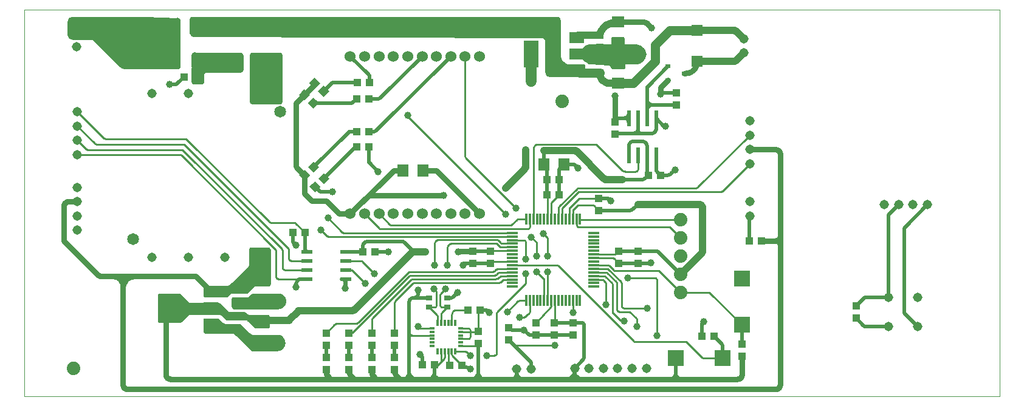
<source format=gtl>
G75*
G70*
%OFA0B0*%
%FSLAX24Y24*%
%IPPOS*%
%LPD*%
%AMOC8*
5,1,8,0,0,1.08239X$1,22.5*
%
%ADD10C,0.0000*%
%ADD11R,0.0591X0.0118*%
%ADD12R,0.0118X0.0591*%
%ADD13R,0.0433X0.0433*%
%ADD14R,0.0394X0.0433*%
%ADD15R,0.0886X0.0886*%
%ADD16C,0.0740*%
%ADD17R,0.0790X0.0590*%
%ADD18R,0.0790X0.1500*%
%ADD19R,0.0709X0.0630*%
%ADD20C,0.0515*%
%ADD21R,0.0630X0.0709*%
%ADD22R,0.0138X0.0335*%
%ADD23R,0.0315X0.0138*%
%ADD24R,0.0354X0.0276*%
%ADD25R,0.0236X0.0866*%
%ADD26R,0.0256X0.0236*%
%ADD27R,0.0642X0.0598*%
%ADD28R,0.0591X0.0217*%
%ADD29C,0.0650*%
%ADD30R,0.2760X0.2760*%
%ADD31R,0.0990X0.0590*%
%ADD32R,0.0906X0.0689*%
%ADD33C,0.0600*%
%ADD34R,0.0433X0.0433*%
%ADD35C,0.0200*%
%ADD36C,0.0100*%
%ADD37C,0.0300*%
%ADD38C,0.0396*%
%ADD39C,0.0110*%
%ADD40C,0.0400*%
%ADD41C,0.0709*%
%ADD42C,0.0600*%
%ADD43C,0.0945*%
%ADD44C,0.0500*%
D10*
X000101Y000302D02*
X042601Y000302D01*
X043601Y000302D01*
X053601Y000302D01*
X053601Y013802D01*
X053601Y014052D01*
X053601Y021552D01*
X042601Y021552D01*
X000101Y021552D01*
X000101Y000302D01*
D11*
X026857Y006326D03*
X026857Y006523D03*
X026857Y006720D03*
X026857Y006917D03*
X026857Y007113D03*
X026857Y007310D03*
X026857Y007507D03*
X026857Y007704D03*
X026857Y007901D03*
X026857Y008098D03*
X026857Y008294D03*
X026857Y008491D03*
X026857Y008688D03*
X026857Y008885D03*
X026857Y009082D03*
X026857Y009279D03*
X031345Y009279D03*
X031345Y009082D03*
X031345Y008885D03*
X031345Y008688D03*
X031345Y008491D03*
X031345Y008294D03*
X031345Y008098D03*
X031345Y007901D03*
X031345Y007704D03*
X031345Y007507D03*
X031345Y007310D03*
X031345Y007113D03*
X031345Y006917D03*
X031345Y006720D03*
X031345Y006523D03*
X031345Y006326D03*
D12*
X030577Y005558D03*
X030380Y005558D03*
X030183Y005558D03*
X029987Y005558D03*
X029790Y005558D03*
X029593Y005558D03*
X029396Y005558D03*
X029199Y005558D03*
X029002Y005558D03*
X028806Y005558D03*
X028609Y005558D03*
X028412Y005558D03*
X028215Y005558D03*
X028018Y005558D03*
X027821Y005558D03*
X027624Y005558D03*
X027624Y010046D03*
X027821Y010046D03*
X028018Y010046D03*
X028215Y010046D03*
X028412Y010046D03*
X028609Y010046D03*
X028806Y010046D03*
X029002Y010046D03*
X029199Y010046D03*
X029396Y010046D03*
X029593Y010046D03*
X029790Y010046D03*
X029987Y010046D03*
X030183Y010046D03*
X030380Y010046D03*
X030577Y010046D03*
D13*
X031601Y010518D03*
X031601Y011187D03*
X029430Y011377D03*
X028761Y011377D03*
X028766Y012202D03*
X029435Y012202D03*
X034316Y012452D03*
X034985Y012452D03*
X032501Y014718D03*
X032501Y015387D03*
X035851Y016318D03*
X035851Y016987D03*
X031651Y018068D03*
X031651Y018737D03*
X031651Y019468D03*
X031651Y020137D03*
X019035Y017552D03*
X018366Y017552D03*
X018316Y016652D03*
X018985Y016652D03*
X018985Y014852D03*
X018316Y014852D03*
X018316Y014002D03*
X018985Y014002D03*
X009535Y017852D03*
X008866Y017852D03*
X014816Y009302D03*
X015485Y009302D03*
X018666Y008252D03*
X019335Y008252D03*
X024701Y008287D03*
X025671Y008287D03*
X025671Y007618D03*
X024701Y007618D03*
X024416Y005052D03*
X025085Y005052D03*
X026651Y004087D03*
X026651Y003418D03*
X025001Y003218D03*
X025001Y003887D03*
X024085Y002002D03*
X023416Y002002D03*
X022585Y002052D03*
X021916Y002052D03*
X020401Y001768D03*
X019151Y001768D03*
X017901Y001768D03*
X016651Y001768D03*
X016651Y002437D03*
X017901Y002437D03*
X019151Y002437D03*
X020401Y002437D03*
X020401Y003118D03*
X019151Y003118D03*
X017901Y003118D03*
X016651Y003118D03*
X016651Y003787D03*
X017901Y003787D03*
X019151Y003787D03*
X020401Y003787D03*
X011701Y004068D03*
X011701Y004737D03*
X011701Y005518D03*
X011701Y006187D03*
X029151Y004337D03*
X030201Y004337D03*
X030201Y003668D03*
X029151Y003668D03*
X037266Y003602D03*
X037935Y003602D03*
X039451Y003187D03*
X039451Y002518D03*
X045716Y004588D03*
X045716Y005257D03*
X040535Y008852D03*
X039866Y008852D03*
X033751Y008287D03*
X032701Y008287D03*
X032701Y007618D03*
X033751Y007618D03*
D14*
X028151Y004337D03*
X028151Y003668D03*
D15*
X035821Y002402D03*
X038380Y002402D03*
X039451Y004223D03*
X039451Y006782D03*
D16*
X036101Y007002D03*
X036101Y007002D03*
X036101Y006002D03*
X036101Y006002D03*
X036101Y008002D03*
X036101Y008002D03*
X036101Y009002D03*
X036101Y009002D03*
X036101Y010002D03*
X036101Y010002D03*
X029601Y016502D03*
X002801Y001852D03*
D17*
X010341Y004262D03*
X010341Y005162D03*
X010341Y006062D03*
X030391Y018212D03*
X030391Y019112D03*
X030391Y020012D03*
D18*
X027911Y019102D03*
X007861Y005152D03*
D19*
X013101Y005601D03*
X013101Y006704D03*
X013101Y004454D03*
X013101Y003351D03*
X032651Y017501D03*
X032651Y018604D03*
X032651Y019751D03*
X032651Y020854D03*
D20*
X039551Y019946D03*
X039551Y019159D03*
X039901Y015433D03*
X039901Y014646D03*
X039901Y013859D03*
X039901Y013071D03*
X039901Y010996D03*
X039901Y010209D03*
X047265Y010822D03*
X048052Y010822D03*
X048839Y010822D03*
X049627Y010822D03*
X049103Y005750D03*
X047488Y005750D03*
X047488Y004135D03*
X049103Y004135D03*
X034219Y001852D03*
X033432Y001852D03*
X032644Y001852D03*
X031857Y001852D03*
X031070Y001852D03*
X030282Y001852D03*
X027894Y001802D03*
X027107Y001802D03*
X013101Y007952D03*
X011101Y007952D03*
X009101Y007952D03*
X007101Y007952D03*
X003001Y009421D03*
X003001Y010209D03*
X003001Y010996D03*
X003001Y011783D03*
X003001Y013571D03*
X003001Y014359D03*
X003001Y015146D03*
X003001Y015933D03*
X007101Y016952D03*
X009101Y016952D03*
X013101Y016952D03*
X002951Y019509D03*
X002951Y020296D03*
D21*
X020850Y012702D03*
X021952Y012702D03*
X028600Y013052D03*
X029702Y013052D03*
D22*
X023743Y004330D03*
X023546Y004330D03*
X023349Y004330D03*
X023152Y004330D03*
X022956Y004330D03*
X022759Y004330D03*
X022759Y002775D03*
X022956Y002775D03*
X023152Y002775D03*
X023349Y002775D03*
X023546Y002775D03*
X023743Y002775D03*
D23*
X024038Y003060D03*
X024038Y003257D03*
X024038Y003454D03*
X024038Y003651D03*
X024038Y003848D03*
X024038Y004044D03*
X022463Y004044D03*
X022463Y003848D03*
X022463Y003651D03*
X022463Y003454D03*
X022463Y003257D03*
X022463Y003060D03*
D24*
X022301Y005196D03*
X022301Y005708D03*
X023301Y005708D03*
X023301Y005196D03*
D25*
X033251Y013529D03*
X033751Y013529D03*
X034251Y013529D03*
X034751Y013529D03*
X034751Y015576D03*
X034251Y015576D03*
X033751Y015576D03*
X033251Y015576D03*
D26*
X035408Y017678D03*
X036294Y018052D03*
X035408Y018426D03*
D27*
X037001Y018706D03*
X037001Y020399D03*
X013401Y020449D03*
X013401Y018756D03*
D28*
X015588Y008252D03*
X015588Y007752D03*
X015588Y007252D03*
X015588Y006752D03*
X017714Y006752D03*
X017714Y007252D03*
X017714Y007752D03*
X017714Y008252D03*
D29*
X006065Y008952D03*
X014136Y015952D03*
D30*
X007201Y019702D03*
D31*
X009921Y018802D03*
X009921Y020602D03*
D32*
X011451Y020602D03*
X011451Y018602D03*
D33*
X017977Y018983D03*
X018764Y018983D03*
X019552Y018983D03*
X020339Y018983D03*
X021126Y018983D03*
X021914Y018983D03*
X022701Y018983D03*
X023489Y018983D03*
X024276Y018983D03*
X025063Y018983D03*
X025063Y010322D03*
X024276Y010322D03*
X023489Y010322D03*
X022701Y010322D03*
X021914Y010322D03*
X021126Y010322D03*
X020339Y010322D03*
X019552Y010322D03*
X018764Y010322D03*
X017977Y010322D03*
D34*
G36*
X015729Y011828D02*
X016049Y012118D01*
X016339Y011798D01*
X016019Y011508D01*
X015729Y011828D01*
G37*
G36*
X016226Y012276D02*
X016546Y012566D01*
X016836Y012246D01*
X016516Y011956D01*
X016226Y012276D01*
G37*
G36*
X015770Y012430D02*
X015450Y012140D01*
X015160Y012460D01*
X015480Y012750D01*
X015770Y012430D01*
G37*
G36*
X016267Y012878D02*
X015947Y012588D01*
X015657Y012908D01*
X015977Y013198D01*
X016267Y012878D01*
G37*
G36*
X015965Y016108D02*
X015645Y016398D01*
X015935Y016718D01*
X016255Y016428D01*
X015965Y016108D01*
G37*
G36*
X015468Y016555D02*
X015148Y016845D01*
X015438Y017165D01*
X015758Y016875D01*
X015468Y016555D01*
G37*
G36*
X016529Y016752D02*
X016209Y017042D01*
X016499Y017362D01*
X016819Y017072D01*
X016529Y016752D01*
G37*
G36*
X016032Y017199D02*
X015712Y017489D01*
X016002Y017809D01*
X016322Y017519D01*
X016032Y017199D01*
G37*
D35*
X016514Y017057D02*
X016973Y017516D01*
X017062Y017552D02*
X018366Y017552D01*
X019035Y017873D02*
X019033Y017893D01*
X019029Y017912D01*
X019021Y017930D01*
X019011Y017946D01*
X018998Y017961D01*
X018999Y017961D02*
X017977Y018983D01*
X019035Y017873D02*
X019035Y017552D01*
X018985Y016652D02*
X019531Y016652D01*
X019620Y016689D02*
X021914Y018983D01*
X023489Y018983D02*
X019394Y014889D01*
X019306Y014852D02*
X018985Y014852D01*
X019306Y014852D02*
X019326Y014854D01*
X019345Y014858D01*
X019363Y014866D01*
X019379Y014876D01*
X019394Y014889D01*
X018316Y014852D02*
X017974Y014852D01*
X017885Y014816D02*
X015962Y012893D01*
X016531Y012261D02*
X018241Y013971D01*
X018254Y013982D01*
X018268Y013990D01*
X018283Y013997D01*
X018299Y014001D01*
X018316Y014002D01*
X018985Y014002D02*
X018985Y013219D01*
X019022Y013131D02*
X019501Y012652D01*
X019022Y013131D02*
X019009Y013146D01*
X018999Y013162D01*
X018991Y013180D01*
X018987Y013199D01*
X018985Y013219D01*
X016258Y011589D02*
X016034Y011813D01*
X016258Y011589D02*
X016273Y011576D01*
X016289Y011566D01*
X016307Y011558D01*
X016326Y011554D01*
X016346Y011552D01*
X017001Y011552D01*
X015485Y009302D02*
X015485Y008406D01*
X015522Y008318D02*
X015588Y008252D01*
X015522Y008318D02*
X015509Y008333D01*
X015499Y008349D01*
X015491Y008367D01*
X015487Y008386D01*
X015485Y008406D01*
X015001Y008602D02*
X014853Y008750D01*
X014816Y008839D02*
X014816Y009302D01*
X014816Y008839D02*
X014818Y008819D01*
X014822Y008800D01*
X014830Y008782D01*
X014840Y008766D01*
X014853Y008751D01*
X017714Y008252D02*
X018666Y008252D01*
X018666Y008552D01*
X018668Y008582D01*
X018673Y008612D01*
X018682Y008641D01*
X018695Y008668D01*
X018710Y008694D01*
X018729Y008718D01*
X018750Y008739D01*
X018774Y008758D01*
X018800Y008773D01*
X018827Y008786D01*
X018856Y008795D01*
X018886Y008800D01*
X018916Y008802D01*
X020797Y008802D01*
X020974Y008729D02*
X021413Y008290D01*
X021413Y008291D02*
X021428Y008278D01*
X021445Y008267D01*
X021464Y008259D01*
X021484Y008255D01*
X021504Y008253D01*
X020974Y008729D02*
X020953Y008747D01*
X020930Y008764D01*
X020905Y008777D01*
X020880Y008788D01*
X020853Y008796D01*
X020825Y008800D01*
X020797Y008802D01*
X020051Y008252D02*
X019335Y008252D01*
X017901Y006752D02*
X017714Y006752D01*
X017714Y006465D01*
X017713Y006460D01*
X017710Y006456D01*
X017706Y006453D01*
X017701Y006452D01*
X017701Y006552D01*
X017714Y006565D02*
X017714Y006284D01*
X017713Y006284D02*
X017712Y006273D01*
X017707Y006262D01*
X017700Y006253D01*
X017701Y006552D02*
X017699Y006578D01*
X017694Y006604D01*
X017686Y006629D01*
X017674Y006652D01*
X017660Y006674D01*
X017642Y006693D01*
X017623Y006711D01*
X017601Y006725D01*
X017578Y006737D01*
X017553Y006745D01*
X017527Y006750D01*
X017501Y006752D01*
X017714Y006752D01*
X017901Y006752D02*
X017874Y006750D01*
X017848Y006744D01*
X017823Y006735D01*
X017800Y006722D01*
X017779Y006706D01*
X017760Y006687D01*
X017744Y006666D01*
X017731Y006643D01*
X017722Y006618D01*
X017716Y006592D01*
X017714Y006565D01*
X015301Y006752D02*
X015267Y006750D01*
X015234Y006744D01*
X015202Y006735D01*
X015171Y006722D01*
X015141Y006706D01*
X015114Y006687D01*
X015089Y006664D01*
X015066Y006639D01*
X015047Y006612D01*
X015031Y006582D01*
X015018Y006551D01*
X015009Y006519D01*
X015003Y006486D01*
X015001Y006452D01*
X015001Y006302D01*
X021201Y005458D02*
X021201Y003852D01*
X021201Y003502D01*
X021201Y001652D01*
X021201Y001602D02*
X021199Y001565D01*
X021193Y001529D01*
X021184Y001494D01*
X021171Y001460D01*
X021154Y001427D01*
X021134Y001396D01*
X021111Y001368D01*
X021085Y001342D01*
X021057Y001319D01*
X021026Y001299D01*
X020993Y001282D01*
X020959Y001269D01*
X020924Y001260D01*
X020888Y001254D01*
X020851Y001252D01*
X021201Y001652D02*
X021203Y001613D01*
X021209Y001574D01*
X021218Y001536D01*
X021231Y001499D01*
X021248Y001463D01*
X021268Y001430D01*
X021292Y001398D01*
X021318Y001369D01*
X021347Y001343D01*
X021379Y001319D01*
X021412Y001299D01*
X021448Y001282D01*
X021485Y001269D01*
X021523Y001260D01*
X021562Y001254D01*
X021601Y001252D01*
X022251Y001252D02*
X022286Y001254D01*
X022321Y001259D01*
X022355Y001268D01*
X022387Y001281D01*
X022418Y001297D01*
X022448Y001316D01*
X022475Y001338D01*
X022500Y001363D01*
X022522Y001390D01*
X022541Y001419D01*
X022557Y001451D01*
X022570Y001483D01*
X022579Y001517D01*
X022584Y001552D01*
X022586Y001587D01*
X022585Y001568D02*
X022585Y001852D01*
X022585Y002052D01*
X022586Y001568D02*
X022588Y001535D01*
X022593Y001503D01*
X022601Y001471D01*
X022613Y001440D01*
X022628Y001410D01*
X022646Y001383D01*
X022667Y001357D01*
X022690Y001334D01*
X022716Y001313D01*
X022744Y001295D01*
X022773Y001280D01*
X022804Y001268D01*
X022836Y001260D01*
X022868Y001255D01*
X022901Y001253D01*
X024112Y002013D02*
X024551Y001802D01*
X025001Y001652D02*
X024999Y001613D01*
X024993Y001574D01*
X024984Y001536D01*
X024971Y001499D01*
X024954Y001463D01*
X024934Y001430D01*
X024910Y001398D01*
X024884Y001369D01*
X024855Y001343D01*
X024823Y001319D01*
X024790Y001299D01*
X024754Y001282D01*
X024717Y001269D01*
X024679Y001260D01*
X024640Y001254D01*
X024601Y001252D01*
X025001Y001602D02*
X025001Y003218D01*
X026651Y003418D02*
X027858Y002211D01*
X027894Y002122D02*
X027894Y001802D01*
X027894Y002122D02*
X027892Y002142D01*
X027888Y002161D01*
X027880Y002179D01*
X027870Y002195D01*
X027857Y002210D01*
X027107Y001802D02*
X027107Y001596D01*
X027107Y001559D02*
X027105Y001525D01*
X027099Y001491D01*
X027090Y001458D01*
X027077Y001426D01*
X027060Y001396D01*
X027040Y001368D01*
X027017Y001343D01*
X026992Y001320D01*
X026964Y001300D01*
X026934Y001283D01*
X026902Y001270D01*
X026869Y001261D01*
X026835Y001255D01*
X026801Y001253D01*
X027107Y001596D02*
X027109Y001560D01*
X027115Y001524D01*
X027124Y001490D01*
X027137Y001456D01*
X027153Y001424D01*
X027173Y001394D01*
X027195Y001366D01*
X027221Y001340D01*
X027249Y001318D01*
X027279Y001298D01*
X027311Y001282D01*
X027345Y001269D01*
X027379Y001260D01*
X027415Y001254D01*
X027451Y001252D01*
X025351Y001252D02*
X025314Y001254D01*
X025278Y001260D01*
X025243Y001269D01*
X025209Y001282D01*
X025176Y001299D01*
X025145Y001319D01*
X025117Y001342D01*
X025091Y001368D01*
X025068Y001396D01*
X025048Y001427D01*
X025031Y001460D01*
X025018Y001494D01*
X025009Y001529D01*
X025003Y001565D01*
X025001Y001602D01*
X024111Y002013D02*
X024103Y002007D01*
X024095Y002003D01*
X024085Y002002D01*
X021916Y002052D02*
X021916Y002435D01*
X021880Y002524D02*
X021801Y002602D01*
X021879Y002523D02*
X021892Y002508D01*
X021902Y002492D01*
X021910Y002474D01*
X021914Y002455D01*
X021916Y002435D01*
X020401Y002437D02*
X020401Y003118D01*
X019151Y003118D02*
X019151Y002437D01*
X017901Y002437D02*
X017901Y003118D01*
X016651Y003118D02*
X016651Y002437D01*
X021201Y005458D02*
X021203Y005488D01*
X021208Y005518D01*
X021217Y005547D01*
X021230Y005574D01*
X021245Y005600D01*
X021264Y005624D01*
X021285Y005645D01*
X021309Y005664D01*
X021335Y005679D01*
X021362Y005692D01*
X021391Y005701D01*
X021421Y005706D01*
X021451Y005708D01*
X022301Y005708D01*
X021701Y005958D02*
X021701Y006152D01*
X021701Y005958D02*
X021699Y005928D01*
X021694Y005898D01*
X021685Y005869D01*
X021672Y005842D01*
X021657Y005816D01*
X021638Y005792D01*
X021617Y005771D01*
X021593Y005752D01*
X021567Y005737D01*
X021540Y005724D01*
X021511Y005715D01*
X021481Y005710D01*
X021451Y005708D01*
X023301Y005708D02*
X023505Y005708D01*
X023593Y005745D02*
X023851Y006002D01*
X023593Y005745D02*
X023578Y005732D01*
X023562Y005722D01*
X023544Y005714D01*
X023525Y005710D01*
X023505Y005708D01*
X025085Y005052D02*
X025399Y005052D01*
X025487Y005016D02*
X025601Y004902D01*
X025487Y005015D02*
X025472Y005028D01*
X025456Y005038D01*
X025438Y005046D01*
X025419Y005050D01*
X025399Y005052D01*
X026651Y004087D02*
X026749Y003989D01*
X026837Y003952D02*
X027501Y003952D01*
X027749Y003704D01*
X027837Y003668D02*
X028151Y003668D01*
X029151Y003668D01*
X030201Y003668D01*
X030201Y004337D02*
X029151Y004337D01*
X030201Y004337D02*
X030676Y004337D01*
X030696Y004335D01*
X030715Y004331D01*
X030733Y004323D01*
X030749Y004313D01*
X030764Y004300D01*
X030777Y004285D01*
X030787Y004269D01*
X030795Y004251D01*
X030799Y004232D01*
X030801Y004212D01*
X030801Y002474D01*
X030728Y002298D02*
X030282Y001852D01*
X030282Y001671D01*
X030284Y001632D01*
X030289Y001594D01*
X030298Y001556D01*
X030310Y001520D01*
X030326Y001484D01*
X030345Y001450D01*
X030367Y001418D01*
X030391Y001389D01*
X030419Y001361D01*
X030448Y001337D01*
X030480Y001315D01*
X030514Y001296D01*
X030550Y001280D01*
X030586Y001268D01*
X030624Y001259D01*
X030662Y001254D01*
X030701Y001252D01*
X030282Y001684D02*
X030280Y001644D01*
X030275Y001605D01*
X030266Y001566D01*
X030253Y001528D01*
X030237Y001492D01*
X030217Y001457D01*
X030195Y001424D01*
X030170Y001394D01*
X030141Y001365D01*
X030111Y001340D01*
X030078Y001318D01*
X030043Y001298D01*
X030007Y001282D01*
X029969Y001269D01*
X029930Y001260D01*
X029891Y001255D01*
X029851Y001253D01*
X030728Y002297D02*
X030746Y002318D01*
X030763Y002341D01*
X030776Y002366D01*
X030787Y002391D01*
X030795Y002418D01*
X030799Y002446D01*
X030801Y002474D01*
X027837Y003668D02*
X027817Y003670D01*
X027798Y003674D01*
X027780Y003682D01*
X027764Y003692D01*
X027749Y003705D01*
X026837Y003952D02*
X026817Y003954D01*
X026798Y003958D01*
X026780Y003966D01*
X026764Y003976D01*
X026749Y003989D01*
X024318Y007618D02*
X024298Y007616D01*
X024279Y007612D01*
X024261Y007604D01*
X024245Y007594D01*
X024230Y007581D01*
X024151Y007502D01*
X024318Y007618D02*
X024701Y007618D01*
X025671Y007618D01*
X025671Y008287D02*
X024701Y008287D01*
X031601Y010518D02*
X033313Y010518D01*
X033489Y010591D02*
X033751Y010852D01*
X033490Y010591D02*
X033469Y010573D01*
X033446Y010556D01*
X033421Y010543D01*
X033396Y010532D01*
X033369Y010524D01*
X033341Y010520D01*
X033313Y010518D01*
X032251Y011052D02*
X032153Y011150D01*
X032064Y011187D02*
X031601Y011187D01*
X032064Y011187D02*
X032084Y011185D01*
X032103Y011181D01*
X032121Y011173D01*
X032137Y011163D01*
X032152Y011150D01*
X032901Y012202D02*
X033963Y012202D01*
X034139Y012276D02*
X034316Y012452D01*
X034251Y012610D02*
X034251Y013529D01*
X034251Y014052D01*
X034249Y014082D01*
X034244Y014112D01*
X034235Y014141D01*
X034222Y014168D01*
X034207Y014194D01*
X034188Y014218D01*
X034167Y014239D01*
X034143Y014258D01*
X034117Y014273D01*
X034090Y014286D01*
X034061Y014295D01*
X034031Y014300D01*
X034001Y014302D01*
X033501Y014302D01*
X033471Y014300D01*
X033441Y014295D01*
X033412Y014286D01*
X033385Y014273D01*
X033359Y014258D01*
X033335Y014239D01*
X033314Y014218D01*
X033295Y014194D01*
X033280Y014168D01*
X033267Y014141D01*
X033258Y014112D01*
X033253Y014082D01*
X033251Y014052D01*
X033251Y013529D01*
X034751Y013529D02*
X034751Y012791D01*
X034824Y012614D02*
X034985Y012452D01*
X035397Y012452D01*
X035574Y012526D02*
X035801Y012752D01*
X035574Y012525D02*
X035553Y012507D01*
X035530Y012490D01*
X035505Y012477D01*
X035480Y012466D01*
X035453Y012458D01*
X035425Y012454D01*
X035397Y012452D01*
X034824Y012614D02*
X034806Y012635D01*
X034789Y012658D01*
X034776Y012683D01*
X034765Y012708D01*
X034757Y012735D01*
X034753Y012763D01*
X034751Y012791D01*
X034251Y012610D02*
X034253Y012581D01*
X034259Y012552D01*
X034268Y012525D01*
X034281Y012499D01*
X034297Y012474D01*
X034316Y012452D01*
X034140Y012275D02*
X034119Y012257D01*
X034096Y012240D01*
X034071Y012227D01*
X034046Y012216D01*
X034019Y012208D01*
X033991Y012204D01*
X033963Y012202D01*
X030451Y012852D02*
X030287Y013016D01*
X030199Y013052D02*
X029702Y013052D01*
X029472Y012822D01*
X029435Y012734D02*
X029435Y012202D01*
X029430Y012190D02*
X029430Y011377D01*
X028761Y011377D02*
X028761Y012190D01*
X028766Y012202D02*
X028766Y012834D01*
X028730Y012922D02*
X028600Y013052D01*
X028600Y013800D01*
X028600Y013802D01*
X028601Y013803D01*
X028729Y012922D02*
X028742Y012907D01*
X028752Y012891D01*
X028760Y012873D01*
X028764Y012854D01*
X028766Y012834D01*
X029435Y012734D02*
X029437Y012754D01*
X029441Y012773D01*
X029449Y012791D01*
X029459Y012807D01*
X029472Y012822D01*
X030199Y013052D02*
X030219Y013050D01*
X030238Y013046D01*
X030256Y013038D01*
X030272Y013028D01*
X030287Y013015D01*
X029436Y012202D02*
X029432Y012197D01*
X029431Y012190D01*
X028766Y012202D02*
X028762Y012197D01*
X028761Y012190D01*
X032501Y014718D02*
X032501Y014752D01*
X033551Y014752D01*
X033901Y014752D01*
X034501Y014752D01*
X034528Y014751D01*
X034556Y014753D01*
X034582Y014758D01*
X034608Y014767D01*
X034633Y014778D01*
X034656Y014792D01*
X034678Y014809D01*
X034697Y014829D01*
X034713Y014851D01*
X034727Y014874D01*
X034738Y014899D01*
X034746Y014925D01*
X034751Y014952D01*
X034751Y015576D01*
X035174Y015152D01*
X035251Y015152D01*
X034251Y015576D02*
X034251Y016002D01*
X034251Y016602D01*
X034251Y017218D01*
X034287Y017306D02*
X035408Y018426D01*
X034288Y017306D02*
X034275Y017291D01*
X034265Y017275D01*
X034257Y017257D01*
X034253Y017238D01*
X034251Y017218D01*
X034250Y016602D02*
X034252Y016570D01*
X034257Y016539D01*
X034266Y016508D01*
X034278Y016478D01*
X034294Y016450D01*
X034312Y016424D01*
X034333Y016400D01*
X034357Y016379D01*
X034383Y016361D01*
X034411Y016345D01*
X034441Y016333D01*
X034472Y016324D01*
X034503Y016319D01*
X034535Y016317D01*
X034566Y016318D02*
X035851Y016318D01*
X034566Y016317D02*
X034533Y016315D01*
X034501Y016310D01*
X034469Y016302D01*
X034438Y016290D01*
X034409Y016275D01*
X034381Y016257D01*
X034355Y016236D01*
X034332Y016213D01*
X034311Y016187D01*
X034293Y016159D01*
X034278Y016130D01*
X034266Y016099D01*
X034258Y016067D01*
X034253Y016035D01*
X034251Y016002D01*
X033751Y015576D02*
X033751Y014902D01*
X033753Y014879D01*
X033758Y014856D01*
X033767Y014834D01*
X033780Y014814D01*
X033795Y014796D01*
X033813Y014781D01*
X033833Y014768D01*
X033855Y014759D01*
X033878Y014754D01*
X033901Y014752D01*
X033751Y014952D02*
X033749Y014926D01*
X033744Y014900D01*
X033736Y014875D01*
X033724Y014852D01*
X033710Y014830D01*
X033692Y014811D01*
X033673Y014793D01*
X033651Y014779D01*
X033628Y014767D01*
X033603Y014759D01*
X033577Y014754D01*
X033551Y014752D01*
X033251Y015297D02*
X033231Y015397D01*
X033261Y015317D02*
X033261Y015857D01*
X033260Y015857D02*
X033258Y015827D01*
X033253Y015797D01*
X033245Y015767D01*
X033233Y015739D01*
X033218Y015713D01*
X033201Y015688D01*
X033181Y015665D01*
X033158Y015645D01*
X033133Y015628D01*
X033107Y015613D01*
X033079Y015601D01*
X033049Y015593D01*
X033019Y015588D01*
X032989Y015586D01*
X032524Y015576D01*
X032517Y015575D01*
X032510Y015571D01*
X032505Y015566D01*
X032501Y015559D01*
X032500Y015552D01*
X032501Y015552D02*
X032501Y015387D01*
X033016Y015582D02*
X033042Y015583D01*
X033068Y015579D01*
X033094Y015573D01*
X033118Y015563D01*
X033141Y015550D01*
X033162Y015534D01*
X033181Y015516D01*
X033197Y015495D01*
X033210Y015473D01*
X033221Y015448D01*
X033228Y015423D01*
X033231Y015397D01*
X033261Y015317D02*
X033262Y015311D01*
X033260Y015305D01*
X033256Y015300D01*
X033251Y015297D01*
X033250Y015576D02*
X033249Y015579D01*
X033247Y015581D01*
X033244Y015582D01*
X033016Y015582D01*
X035000Y016902D02*
X035002Y016919D01*
X035006Y016935D01*
X035014Y016949D01*
X035025Y016962D01*
X035038Y016973D01*
X035052Y016981D01*
X035068Y016985D01*
X035085Y016987D01*
X035851Y016987D01*
X047488Y010259D02*
X048052Y010822D01*
X047488Y010259D02*
X047488Y005750D01*
X046260Y005750D01*
X046172Y005713D02*
X045716Y005257D01*
X046172Y005713D02*
X046187Y005726D01*
X046203Y005736D01*
X046221Y005744D01*
X046240Y005748D01*
X046260Y005750D01*
X048351Y004939D02*
X048351Y009546D01*
X049627Y010822D01*
X039901Y010208D02*
X039889Y010194D01*
X039879Y010179D01*
X039872Y010161D01*
X039867Y010143D01*
X039866Y010125D01*
X039866Y008852D01*
X036101Y007002D02*
X034853Y008250D01*
X034764Y008287D02*
X033751Y008287D01*
X032701Y008287D01*
X032701Y007618D02*
X033751Y007618D01*
X034367Y007618D01*
X034385Y007619D01*
X034403Y007624D01*
X034421Y007631D01*
X034436Y007641D01*
X034450Y007653D01*
X034764Y008287D02*
X034784Y008285D01*
X034803Y008281D01*
X034821Y008273D01*
X034837Y008263D01*
X034852Y008250D01*
X037351Y004402D02*
X037303Y004354D01*
X037266Y004266D02*
X037266Y003602D01*
X037935Y003602D02*
X038344Y003194D01*
X038380Y003106D02*
X038380Y002402D01*
X038380Y003106D02*
X038378Y003126D01*
X038374Y003145D01*
X038366Y003163D01*
X038356Y003179D01*
X038343Y003194D01*
X039451Y003187D02*
X039451Y004223D01*
X037303Y004354D02*
X037290Y004339D01*
X037280Y004323D01*
X037272Y004305D01*
X037268Y004286D01*
X037266Y004266D01*
X035821Y002402D02*
X035821Y001582D01*
X035821Y001573D02*
X035819Y001540D01*
X035814Y001506D01*
X035805Y001474D01*
X035793Y001443D01*
X035778Y001413D01*
X035760Y001385D01*
X035739Y001359D01*
X035715Y001335D01*
X035689Y001314D01*
X035661Y001296D01*
X035631Y001281D01*
X035600Y001269D01*
X035568Y001260D01*
X035534Y001255D01*
X035501Y001253D01*
X035821Y001582D02*
X035823Y001548D01*
X035828Y001513D01*
X035837Y001480D01*
X035850Y001448D01*
X035865Y001417D01*
X035884Y001388D01*
X035906Y001361D01*
X035930Y001337D01*
X035957Y001315D01*
X035986Y001296D01*
X036017Y001281D01*
X036049Y001268D01*
X036082Y001259D01*
X036117Y001254D01*
X036151Y001252D01*
X045716Y004588D02*
X046132Y004172D01*
X046220Y004135D02*
X047488Y004135D01*
X046220Y004135D02*
X046200Y004137D01*
X046181Y004141D01*
X046163Y004149D01*
X046147Y004159D01*
X046132Y004172D01*
X048387Y004851D02*
X049103Y004135D01*
X048388Y004851D02*
X048375Y004866D01*
X048365Y004882D01*
X048357Y004900D01*
X048353Y004919D01*
X048351Y004939D01*
X019619Y016689D02*
X019604Y016676D01*
X019588Y016666D01*
X019570Y016658D01*
X019551Y016654D01*
X019531Y016652D01*
X018316Y016652D02*
X018113Y016449D01*
X018025Y016413D02*
X015950Y016413D01*
X016974Y017515D02*
X016989Y017528D01*
X017005Y017538D01*
X017023Y017546D01*
X017042Y017550D01*
X017062Y017552D01*
X018025Y016413D02*
X018045Y016415D01*
X018064Y016419D01*
X018082Y016427D01*
X018098Y016437D01*
X018113Y016450D01*
X017974Y014852D02*
X017954Y014850D01*
X017935Y014846D01*
X017917Y014838D01*
X017901Y014828D01*
X017886Y014815D01*
X008866Y017852D02*
X008503Y017489D01*
X008414Y017452D02*
X008051Y017452D01*
X008414Y017452D02*
X008434Y017454D01*
X008453Y017458D01*
X008471Y017466D01*
X008487Y017476D01*
X008502Y017489D01*
D36*
X009301Y017602D02*
X009301Y018352D01*
X009321Y018348D01*
X009342Y018350D01*
X009361Y018357D01*
X009378Y018368D01*
X009392Y018384D01*
X009401Y018402D01*
X009301Y018402D01*
X009290Y018417D01*
X009282Y018434D01*
X009280Y018452D01*
X009282Y018471D01*
X009290Y018488D01*
X009301Y018502D01*
X009301Y019052D01*
X009311Y019084D01*
X009330Y019112D01*
X009355Y019133D01*
X009385Y019148D01*
X009418Y019155D01*
X009451Y019152D01*
X011901Y019152D01*
X011934Y019149D01*
X011966Y019138D01*
X011994Y019120D01*
X012018Y019096D01*
X012036Y019067D01*
X012047Y019036D01*
X012051Y019002D01*
X012051Y018252D01*
X012047Y018226D01*
X012037Y018202D01*
X012021Y018182D01*
X012001Y018166D01*
X011977Y018156D01*
X011951Y018152D01*
X010101Y018152D01*
X010056Y018147D01*
X010014Y018133D01*
X009976Y018109D01*
X009944Y018077D01*
X009921Y018039D01*
X009906Y017997D01*
X009901Y017952D01*
X009901Y017602D01*
X009897Y017576D01*
X009887Y017552D01*
X009871Y017532D01*
X009851Y017516D01*
X009827Y017506D01*
X009801Y017502D01*
X009401Y017502D01*
X009375Y017506D01*
X009351Y017516D01*
X009330Y017532D01*
X009314Y017552D01*
X009304Y017576D01*
X009301Y017602D01*
X009301Y017646D02*
X009901Y017646D01*
X009901Y017745D02*
X009301Y017745D01*
X009301Y017843D02*
X009901Y017843D01*
X009901Y017942D02*
X009301Y017942D01*
X009301Y018040D02*
X009921Y018040D01*
X010032Y018139D02*
X009301Y018139D01*
X009301Y018237D02*
X012049Y018237D01*
X012051Y018336D02*
X009301Y018336D01*
X009282Y018434D02*
X012051Y018434D01*
X012051Y018533D02*
X009301Y018533D01*
X009301Y018631D02*
X012051Y018631D01*
X012051Y018730D02*
X009301Y018730D01*
X009301Y018829D02*
X012051Y018829D01*
X012051Y018927D02*
X009301Y018927D01*
X009301Y019026D02*
X012048Y019026D01*
X011987Y019124D02*
X009344Y019124D01*
X008601Y019124D02*
X004679Y019124D01*
X004778Y019026D02*
X008601Y019026D01*
X008601Y018927D02*
X004876Y018927D01*
X004975Y018829D02*
X008601Y018829D01*
X008601Y018730D02*
X005073Y018730D01*
X005172Y018631D02*
X008601Y018631D01*
X008601Y018533D02*
X005270Y018533D01*
X005369Y018434D02*
X008601Y018434D01*
X008601Y018402D02*
X008584Y018378D01*
X008562Y018359D01*
X008536Y018346D01*
X008507Y018341D01*
X008478Y018343D01*
X008451Y018352D01*
X005554Y018352D01*
X005506Y018357D01*
X005459Y018371D01*
X005415Y018394D01*
X005378Y018426D01*
X003924Y019879D01*
X003886Y019910D01*
X003843Y019933D01*
X003796Y019948D01*
X003747Y019952D01*
X002751Y019952D01*
X002702Y019957D01*
X002655Y019971D01*
X002612Y019994D01*
X002574Y020026D01*
X002543Y020063D01*
X002520Y020107D01*
X002506Y020154D01*
X002501Y020202D01*
X002501Y020852D01*
X002506Y020901D01*
X002520Y020948D01*
X002543Y020991D01*
X002574Y021029D01*
X002612Y021060D01*
X002655Y021083D01*
X002702Y021098D01*
X002751Y021102D01*
X006751Y021102D01*
X008451Y021052D01*
X008479Y021055D01*
X008507Y021051D01*
X008534Y021041D01*
X008558Y021025D01*
X008578Y021004D01*
X008592Y020980D01*
X008601Y020952D01*
X008601Y018402D01*
X008601Y019223D02*
X004580Y019223D01*
X004482Y019321D02*
X008601Y019321D01*
X008601Y019420D02*
X004383Y019420D01*
X004285Y019518D02*
X008601Y019518D01*
X008601Y019617D02*
X004186Y019617D01*
X004088Y019715D02*
X008601Y019715D01*
X008601Y019814D02*
X003989Y019814D01*
X003882Y019912D02*
X008601Y019912D01*
X008601Y020011D02*
X002592Y020011D01*
X002519Y020110D02*
X008601Y020110D01*
X008601Y020208D02*
X002501Y020208D01*
X002501Y020307D02*
X008601Y020307D01*
X008601Y020405D02*
X002501Y020405D01*
X002501Y020504D02*
X008601Y020504D01*
X008601Y020602D02*
X002501Y020602D01*
X002501Y020701D02*
X008601Y020701D01*
X008601Y020799D02*
X002501Y020799D01*
X002505Y020898D02*
X008601Y020898D01*
X008582Y020996D02*
X002547Y020996D01*
X002694Y021095D02*
X007001Y021095D01*
X009201Y021002D02*
X009201Y020302D01*
X009210Y020259D01*
X009227Y020218D01*
X009253Y020182D01*
X009284Y020151D01*
X009322Y020126D01*
X009363Y020110D01*
X009406Y020102D01*
X009451Y020102D01*
X028451Y020052D01*
X028500Y020048D01*
X028546Y020033D01*
X028590Y020010D01*
X028628Y019979D01*
X028659Y019941D01*
X028682Y019898D01*
X028696Y019851D01*
X028701Y019802D01*
X028701Y018152D01*
X028706Y018104D01*
X028720Y018057D01*
X028743Y018013D01*
X028774Y017976D01*
X028812Y017944D01*
X028855Y017921D01*
X028902Y017907D01*
X028951Y017902D01*
X030701Y017902D01*
X030727Y017906D01*
X030751Y017916D01*
X030771Y017932D01*
X030787Y017952D01*
X030797Y017976D01*
X030801Y018002D01*
X030801Y018452D01*
X030798Y018468D01*
X030791Y018482D01*
X030780Y018493D01*
X030766Y018500D01*
X030751Y018502D01*
X030001Y018502D01*
X029905Y018511D01*
X029813Y018536D01*
X029726Y018576D01*
X029647Y018631D01*
X029579Y018699D01*
X029524Y018777D01*
X029484Y018864D01*
X029459Y018957D01*
X029451Y019052D01*
X029451Y020952D01*
X029446Y021001D01*
X029432Y021048D01*
X029409Y021091D01*
X029399Y021102D01*
X009238Y021102D01*
X009227Y021087D01*
X009210Y021046D01*
X009201Y021002D01*
X009201Y020996D02*
X029446Y020996D01*
X029451Y020898D02*
X009201Y020898D01*
X009201Y020799D02*
X029451Y020799D01*
X029451Y020701D02*
X009201Y020701D01*
X009201Y020602D02*
X029451Y020602D01*
X029451Y020504D02*
X009201Y020504D01*
X009201Y020405D02*
X029451Y020405D01*
X029451Y020307D02*
X009201Y020307D01*
X009234Y020208D02*
X029451Y020208D01*
X029451Y020110D02*
X009365Y020110D01*
X009233Y021095D02*
X029406Y021095D01*
X029451Y020011D02*
X028588Y020011D01*
X028674Y019912D02*
X029451Y019912D01*
X029451Y019814D02*
X028700Y019814D01*
X028701Y019715D02*
X029451Y019715D01*
X029451Y019617D02*
X028701Y019617D01*
X028701Y019518D02*
X029451Y019518D01*
X029451Y019420D02*
X028701Y019420D01*
X028701Y019321D02*
X029451Y019321D01*
X029451Y019223D02*
X028701Y019223D01*
X028701Y019124D02*
X029451Y019124D01*
X029453Y019026D02*
X028701Y019026D01*
X028701Y018927D02*
X029467Y018927D01*
X029501Y018829D02*
X028701Y018829D01*
X028701Y018730D02*
X029558Y018730D01*
X029647Y018631D02*
X028701Y018631D01*
X028701Y018533D02*
X029823Y018533D01*
X030126Y018927D02*
X030698Y018927D01*
X030694Y018926D02*
X030661Y018907D01*
X030176Y018907D01*
X030156Y018910D01*
X030138Y018917D01*
X030123Y018929D01*
X030111Y018945D01*
X030103Y018963D01*
X030101Y018982D01*
X030101Y019267D01*
X030104Y019289D01*
X030112Y019310D01*
X030126Y019327D01*
X030143Y019341D01*
X030164Y019349D01*
X030186Y019352D01*
X030551Y019352D01*
X030791Y019297D01*
X030811Y019300D01*
X030831Y019308D01*
X030847Y019321D01*
X030860Y019337D01*
X030868Y019357D01*
X030871Y019377D01*
X030871Y019417D01*
X030875Y019452D01*
X030886Y019485D01*
X030905Y019514D01*
X030929Y019539D01*
X030959Y019557D01*
X030991Y019568D01*
X031026Y019572D01*
X032216Y019572D01*
X032244Y019576D01*
X032270Y019585D01*
X032294Y019600D01*
X032314Y019619D01*
X032328Y019643D01*
X032338Y019670D01*
X032341Y019697D01*
X032341Y019997D01*
X032342Y019992D01*
X032345Y019987D01*
X032350Y019984D01*
X032356Y019982D01*
X032946Y019982D01*
X032950Y019982D01*
X032953Y019979D01*
X032955Y019976D01*
X032956Y019972D01*
X032956Y019557D01*
X032990Y019553D01*
X033023Y019542D01*
X033052Y019524D01*
X033077Y019499D01*
X033095Y019470D01*
X033107Y019437D01*
X033111Y019402D01*
X033111Y018627D01*
X033083Y018624D01*
X033057Y018615D01*
X033033Y018600D01*
X033013Y018580D01*
X032998Y018557D01*
X032989Y018530D01*
X032986Y018502D01*
X032986Y018342D01*
X032985Y018345D01*
X032983Y018347D01*
X032981Y018347D01*
X032316Y018347D01*
X032311Y018391D01*
X032296Y018432D01*
X032273Y018469D01*
X032242Y018500D01*
X032205Y018523D01*
X032164Y018537D01*
X032121Y018542D01*
X031176Y018592D01*
X031122Y018598D01*
X031071Y018613D01*
X031023Y018639D01*
X030981Y018673D01*
X030947Y018715D01*
X030922Y018762D01*
X030906Y018814D01*
X030901Y018867D01*
X030875Y018896D01*
X030844Y018918D01*
X030808Y018933D01*
X030770Y018939D01*
X030731Y018937D01*
X030694Y018926D01*
X030702Y018927D02*
X032401Y018927D01*
X032401Y018829D02*
X030769Y018829D01*
X030743Y018859D02*
X030698Y018934D01*
X030667Y019016D01*
X030651Y019102D01*
X030658Y019189D01*
X030681Y019273D01*
X030718Y019352D01*
X030768Y019424D01*
X030829Y019485D01*
X030901Y019535D01*
X030980Y019572D01*
X031064Y019595D01*
X031151Y019602D01*
X032401Y019602D01*
X032401Y018602D01*
X031201Y018652D01*
X031113Y018651D01*
X031027Y018665D01*
X030944Y018694D01*
X030868Y018737D01*
X030800Y018793D01*
X030743Y018859D01*
X030822Y018927D02*
X033111Y018927D01*
X033151Y018927D02*
X032151Y018927D01*
X032151Y018829D02*
X033151Y018829D01*
X033111Y018829D02*
X030905Y018829D01*
X030881Y018730D02*
X032401Y018730D01*
X032401Y018631D02*
X031703Y018631D01*
X032151Y018631D02*
X033151Y018631D01*
X033151Y018602D02*
X032151Y018602D01*
X032151Y019602D01*
X033151Y019602D01*
X033151Y018602D01*
X033111Y018631D02*
X031037Y018631D01*
X030939Y018730D02*
X033111Y018730D01*
X033151Y018730D02*
X032151Y018730D01*
X032177Y018533D02*
X032990Y018533D01*
X032986Y018434D02*
X032295Y018434D01*
X032901Y018602D02*
X032901Y019602D01*
X033451Y019602D01*
X033556Y019611D01*
X033662Y019600D01*
X033764Y019572D01*
X033860Y019526D01*
X033946Y019465D01*
X034020Y019389D01*
X034080Y019302D01*
X034124Y019205D01*
X034151Y019102D01*
X034134Y019008D01*
X034101Y018917D01*
X034052Y018834D01*
X033990Y018761D01*
X033916Y018699D01*
X033832Y018651D01*
X033742Y018618D01*
X033647Y018602D01*
X033551Y018602D01*
X032901Y018602D01*
X032901Y018631D02*
X033778Y018631D01*
X033953Y018730D02*
X032901Y018730D01*
X032901Y018829D02*
X034047Y018829D01*
X034104Y018927D02*
X032901Y018927D01*
X032901Y019026D02*
X034137Y019026D01*
X034145Y019124D02*
X032901Y019124D01*
X032901Y019223D02*
X034116Y019223D01*
X034067Y019321D02*
X032901Y019321D01*
X032901Y019420D02*
X033990Y019420D01*
X033871Y019518D02*
X032901Y019518D01*
X032956Y019617D02*
X032311Y019617D01*
X032341Y019715D02*
X032956Y019715D01*
X032956Y019814D02*
X032341Y019814D01*
X032341Y019912D02*
X032956Y019912D01*
X033058Y019518D02*
X030909Y019518D01*
X030876Y019518D02*
X032401Y019518D01*
X032401Y019420D02*
X030765Y019420D01*
X030871Y019420D02*
X033109Y019420D01*
X033151Y019420D02*
X032151Y019420D01*
X032151Y019518D02*
X033151Y019518D01*
X033151Y019321D02*
X032151Y019321D01*
X032151Y019223D02*
X033151Y019223D01*
X033111Y019223D02*
X030101Y019223D01*
X030101Y019124D02*
X033111Y019124D01*
X033151Y019124D02*
X032151Y019124D01*
X032151Y019026D02*
X033151Y019026D01*
X033111Y019026D02*
X030101Y019026D01*
X030121Y019321D02*
X030687Y019321D01*
X030703Y019321D02*
X032401Y019321D01*
X032401Y019223D02*
X030667Y019223D01*
X030653Y019124D02*
X032401Y019124D01*
X032401Y019026D02*
X030665Y019026D01*
X030848Y019321D02*
X033111Y019321D01*
X030801Y018434D02*
X028701Y018434D01*
X028701Y018336D02*
X030801Y018336D01*
X030801Y018237D02*
X028701Y018237D01*
X028702Y018139D02*
X030801Y018139D01*
X030801Y018040D02*
X028729Y018040D01*
X028817Y017942D02*
X030779Y017942D01*
X024276Y018983D02*
X024276Y013479D01*
X024313Y013391D02*
X027051Y010652D01*
X026501Y010302D02*
X021163Y015640D01*
X021163Y015641D02*
X021150Y015656D01*
X021140Y015672D01*
X021132Y015690D01*
X021128Y015709D01*
X021126Y015729D01*
X024276Y013479D02*
X024278Y013459D01*
X024282Y013440D01*
X024290Y013422D01*
X024300Y013406D01*
X024313Y013391D01*
X028018Y013902D02*
X028018Y010046D01*
X027821Y010046D02*
X027821Y009627D01*
X027819Y009607D01*
X027815Y009588D01*
X027807Y009570D01*
X027797Y009554D01*
X027784Y009539D01*
X027769Y009526D01*
X027753Y009516D01*
X027735Y009508D01*
X027716Y009504D01*
X027696Y009502D01*
X019635Y009502D01*
X019547Y009539D02*
X018764Y010322D01*
X019552Y010322D02*
X020134Y009739D01*
X020223Y009702D02*
X026749Y009702D01*
X026837Y009739D02*
X027114Y010016D01*
X027203Y010052D02*
X027619Y010052D01*
X027622Y010051D01*
X027624Y010049D01*
X027625Y010046D01*
X027203Y010052D02*
X027183Y010050D01*
X027164Y010046D01*
X027146Y010038D01*
X027130Y010028D01*
X027115Y010015D01*
X026837Y009739D02*
X026822Y009726D01*
X026806Y009716D01*
X026788Y009708D01*
X026769Y009704D01*
X026749Y009702D01*
X026857Y009279D02*
X017626Y009279D01*
X017538Y009315D02*
X016751Y010102D01*
X016351Y009452D02*
X016685Y009119D01*
X016773Y009082D02*
X017673Y009082D01*
X017801Y009082D01*
X026857Y009082D01*
X026857Y008885D02*
X027476Y008885D01*
X027496Y008883D01*
X027515Y008879D01*
X027533Y008871D01*
X027549Y008861D01*
X027564Y008848D01*
X027577Y008833D01*
X027587Y008817D01*
X027595Y008799D01*
X027599Y008780D01*
X027601Y008760D01*
X027601Y007852D01*
X028201Y008002D02*
X028201Y008701D01*
X028164Y008789D02*
X027901Y009052D01*
X028164Y008789D02*
X028177Y008774D01*
X028187Y008758D01*
X028195Y008740D01*
X028199Y008721D01*
X028201Y008701D01*
X028801Y008951D02*
X028799Y008971D01*
X028795Y008990D01*
X028787Y009008D01*
X028777Y009024D01*
X028764Y009039D01*
X028551Y009252D01*
X028801Y008951D02*
X028801Y008002D01*
X029294Y007507D02*
X026857Y007507D01*
X026857Y007310D02*
X026112Y007310D01*
X025935Y007237D02*
X025901Y007202D01*
X026001Y007002D02*
X025984Y006987D01*
X025965Y006975D01*
X025945Y006965D01*
X025924Y006958D01*
X025902Y006953D01*
X025880Y006952D01*
X021354Y006952D01*
X021304Y007152D02*
X021276Y007150D01*
X021248Y007146D01*
X021221Y007138D01*
X021196Y007127D01*
X021171Y007114D01*
X021148Y007097D01*
X021127Y007079D01*
X021128Y007079D02*
X018424Y004376D01*
X018247Y004302D02*
X017270Y004302D01*
X017093Y004229D02*
X016651Y003787D01*
X017093Y004229D02*
X017114Y004247D01*
X017137Y004264D01*
X017162Y004277D01*
X017187Y004288D01*
X017214Y004296D01*
X017242Y004300D01*
X017270Y004302D01*
X017982Y003787D02*
X018010Y003789D01*
X018038Y003793D01*
X018065Y003801D01*
X018090Y003812D01*
X018115Y003825D01*
X018138Y003842D01*
X018159Y003860D01*
X021178Y006879D01*
X021278Y006679D02*
X019224Y004626D01*
X019151Y004449D02*
X019151Y003787D01*
X017982Y003787D02*
X017901Y003787D01*
X018247Y004302D02*
X018275Y004304D01*
X018303Y004308D01*
X018330Y004316D01*
X018355Y004327D01*
X018380Y004340D01*
X018403Y004357D01*
X018424Y004375D01*
X019151Y004449D02*
X019153Y004477D01*
X019157Y004505D01*
X019165Y004532D01*
X019176Y004557D01*
X019189Y004582D01*
X019206Y004605D01*
X019224Y004626D01*
X020401Y005399D02*
X020401Y003787D01*
X021349Y003651D02*
X022463Y003651D01*
X022463Y004044D02*
X021860Y004044D01*
X021772Y004081D02*
X021701Y004152D01*
X021772Y004081D02*
X021787Y004068D01*
X021803Y004058D01*
X021821Y004050D01*
X021840Y004046D01*
X021860Y004044D01*
X021402Y003650D02*
X021376Y003652D01*
X021350Y003657D01*
X021325Y003665D01*
X021301Y003677D01*
X021279Y003692D01*
X021259Y003709D01*
X021242Y003729D01*
X021227Y003751D01*
X021215Y003775D01*
X021207Y003800D01*
X021202Y003826D01*
X021200Y003852D01*
X021349Y003650D02*
X021326Y003648D01*
X021303Y003643D01*
X021282Y003634D01*
X021262Y003622D01*
X021244Y003607D01*
X021229Y003589D01*
X021217Y003569D01*
X021208Y003548D01*
X021203Y003525D01*
X021201Y003502D01*
X022956Y002775D02*
X022956Y002274D01*
X022919Y002186D02*
X023116Y002383D01*
X023152Y002471D02*
X023152Y002775D01*
X023349Y002775D02*
X023349Y002121D01*
X023386Y002033D02*
X023416Y002002D01*
X023386Y002033D02*
X023373Y002048D01*
X023363Y002064D01*
X023355Y002082D01*
X023351Y002101D01*
X023349Y002121D01*
X022919Y002186D02*
X022585Y001852D01*
X022919Y002186D02*
X022932Y002201D01*
X022942Y002217D01*
X022950Y002235D01*
X022954Y002254D01*
X022956Y002274D01*
X023115Y002383D02*
X023128Y002398D01*
X023138Y002414D01*
X023146Y002432D01*
X023150Y002451D01*
X023152Y002471D01*
X023546Y002594D02*
X023546Y002775D01*
X023743Y002775D02*
X024225Y002775D01*
X024402Y002702D02*
X024551Y002552D01*
X024402Y002702D02*
X024381Y002720D01*
X024358Y002737D01*
X024333Y002750D01*
X024308Y002761D01*
X024281Y002769D01*
X024253Y002773D01*
X024225Y002775D01*
X024038Y003060D02*
X024792Y003060D01*
X024880Y003097D02*
X025001Y003218D01*
X024880Y003097D02*
X024865Y003084D01*
X024849Y003074D01*
X024831Y003066D01*
X024812Y003062D01*
X024792Y003060D01*
X024426Y003454D02*
X024038Y003454D01*
X024426Y003454D02*
X024446Y003456D01*
X024465Y003460D01*
X024483Y003468D01*
X024499Y003478D01*
X024514Y003491D01*
X024527Y003506D01*
X024537Y003522D01*
X024545Y003540D01*
X024549Y003559D01*
X024551Y003579D01*
X024551Y003848D01*
X024551Y003919D01*
X024551Y003848D02*
X024906Y003848D01*
X025001Y003887D02*
X025001Y004916D01*
X025037Y005004D02*
X025085Y005052D01*
X025038Y005004D02*
X025025Y004989D01*
X025015Y004973D01*
X025007Y004955D01*
X025003Y004936D01*
X025001Y004916D01*
X024416Y005052D02*
X023796Y005052D01*
X023766Y005050D01*
X023736Y005045D01*
X023707Y005036D01*
X023680Y005023D01*
X023654Y005008D01*
X023630Y004989D01*
X023609Y004968D01*
X023590Y004944D01*
X023575Y004918D01*
X023562Y004891D01*
X023553Y004862D01*
X023548Y004832D01*
X023546Y004802D01*
X023546Y004330D01*
X024038Y004044D02*
X024426Y004044D01*
X024446Y004042D01*
X024465Y004038D01*
X024483Y004030D01*
X024499Y004020D01*
X024514Y004007D01*
X024527Y003992D01*
X024537Y003976D01*
X024545Y003958D01*
X024549Y003939D01*
X024551Y003919D01*
X024551Y003848D02*
X024038Y003848D01*
X024906Y003848D02*
X024927Y003850D01*
X024947Y003855D01*
X024967Y003863D01*
X024985Y003874D01*
X025001Y003887D01*
X026001Y004152D02*
X026001Y002677D01*
X025999Y002657D01*
X025995Y002638D01*
X025987Y002620D01*
X025977Y002604D01*
X025964Y002589D01*
X025949Y002576D01*
X025933Y002566D01*
X025915Y002558D01*
X025896Y002554D01*
X025876Y002552D01*
X025451Y002552D01*
X024085Y002002D02*
X023583Y002505D01*
X023583Y002506D02*
X023570Y002521D01*
X023560Y002537D01*
X023552Y002555D01*
X023548Y002574D01*
X023546Y002594D01*
X026651Y003418D02*
X026930Y003139D01*
X027018Y003102D02*
X029201Y003102D01*
X027018Y003102D02*
X026998Y003104D01*
X026979Y003108D01*
X026961Y003116D01*
X026945Y003126D01*
X026930Y003139D01*
X026001Y004152D02*
X026001Y004552D01*
X026001Y004851D01*
X026037Y004939D02*
X027564Y006466D01*
X027601Y006554D02*
X027601Y007052D01*
X028201Y007152D02*
X028572Y006781D01*
X028609Y006693D02*
X028609Y005558D01*
X028806Y005558D02*
X028806Y007141D01*
X028805Y007141D02*
X028804Y007147D01*
X028800Y007152D01*
X029294Y007507D02*
X029314Y007505D01*
X029333Y007501D01*
X029351Y007493D01*
X029367Y007483D01*
X029382Y007470D01*
X029383Y007470D02*
X033514Y003339D01*
X033603Y003302D02*
X036349Y003302D01*
X036437Y003266D02*
X037264Y002439D01*
X037353Y002402D02*
X038380Y002402D01*
X037353Y002402D02*
X037333Y002404D01*
X037314Y002408D01*
X037296Y002416D01*
X037280Y002426D01*
X037265Y002439D01*
X036437Y003265D02*
X036422Y003278D01*
X036406Y003288D01*
X036388Y003296D01*
X036369Y003300D01*
X036349Y003302D01*
X034801Y003652D02*
X034801Y006677D01*
X034799Y006697D01*
X034795Y006716D01*
X034787Y006734D01*
X034777Y006750D01*
X034764Y006765D01*
X034749Y006778D01*
X034733Y006788D01*
X034715Y006796D01*
X034696Y006800D01*
X034676Y006802D01*
X033201Y006802D01*
X032814Y006589D02*
X032130Y007274D01*
X032041Y007310D02*
X031345Y007310D01*
X031345Y007113D02*
X031988Y007113D01*
X032041Y007310D02*
X032061Y007308D01*
X032080Y007304D01*
X032098Y007296D01*
X032114Y007286D01*
X032129Y007273D01*
X032182Y007470D02*
X032167Y007483D01*
X032151Y007493D01*
X032133Y007501D01*
X032114Y007505D01*
X032094Y007507D01*
X031345Y007507D01*
X031345Y007901D02*
X032366Y007901D01*
X032454Y007864D02*
X032701Y007618D01*
X032503Y007202D02*
X032483Y007204D01*
X032464Y007208D01*
X032446Y007216D01*
X032430Y007226D01*
X032415Y007239D01*
X032414Y007239D02*
X032183Y007470D01*
X032076Y007077D02*
X032564Y006589D01*
X032601Y006501D02*
X032601Y005077D01*
X032603Y005057D01*
X032607Y005038D01*
X032615Y005020D01*
X032625Y005004D01*
X032638Y004989D01*
X032653Y004976D01*
X032669Y004966D01*
X032687Y004958D01*
X032706Y004954D01*
X032726Y004952D01*
X033301Y004952D01*
X033664Y004589D01*
X033701Y004501D02*
X033701Y004152D01*
X033701Y004501D02*
X033699Y004521D01*
X033695Y004540D01*
X033687Y004558D01*
X033677Y004574D01*
X033664Y004589D01*
X033001Y004452D02*
X032853Y004452D01*
X032764Y004489D02*
X032387Y004866D01*
X032351Y004954D02*
X032351Y006451D01*
X032314Y006539D02*
X031973Y006880D01*
X031885Y006917D02*
X031345Y006917D01*
X031345Y006720D02*
X031782Y006720D01*
X031870Y006683D02*
X032001Y006552D01*
X032001Y005352D01*
X032351Y004954D02*
X032353Y004934D01*
X032357Y004915D01*
X032365Y004897D01*
X032375Y004881D01*
X032388Y004866D01*
X032851Y005277D02*
X032851Y006501D01*
X032849Y006521D01*
X032845Y006540D01*
X032837Y006558D01*
X032827Y006574D01*
X032814Y006589D01*
X032601Y006501D02*
X032599Y006521D01*
X032595Y006540D01*
X032587Y006558D01*
X032577Y006574D01*
X032564Y006589D01*
X032351Y006451D02*
X032349Y006471D01*
X032345Y006490D01*
X032337Y006508D01*
X032327Y006524D01*
X032314Y006539D01*
X031973Y006880D02*
X031958Y006893D01*
X031942Y006903D01*
X031924Y006911D01*
X031905Y006915D01*
X031885Y006917D01*
X031988Y007113D02*
X032008Y007111D01*
X032027Y007107D01*
X032045Y007099D01*
X032061Y007089D01*
X032076Y007076D01*
X032503Y007202D02*
X034849Y007202D01*
X034937Y007166D02*
X036101Y006002D01*
X037619Y006002D01*
X037708Y005966D02*
X039451Y004223D01*
X037707Y005965D02*
X037692Y005978D01*
X037676Y005988D01*
X037658Y005996D01*
X037639Y006000D01*
X037619Y006002D01*
X034937Y007165D02*
X034922Y007178D01*
X034906Y007188D01*
X034888Y007196D01*
X034869Y007200D01*
X034849Y007202D01*
X032701Y008287D02*
X032548Y008134D01*
X032460Y008098D02*
X031345Y008098D01*
X032366Y007901D02*
X032386Y007899D01*
X032405Y007895D01*
X032423Y007887D01*
X032439Y007877D01*
X032454Y007864D01*
X032460Y008098D02*
X032480Y008100D01*
X032499Y008104D01*
X032517Y008112D01*
X032533Y008122D01*
X032548Y008135D01*
X035449Y009602D02*
X035469Y009600D01*
X035488Y009596D01*
X035506Y009588D01*
X035522Y009578D01*
X035537Y009565D01*
X035537Y009566D02*
X036101Y009002D01*
X035449Y009602D02*
X030505Y009602D01*
X030485Y009604D01*
X030466Y009608D01*
X030448Y009616D01*
X030432Y009626D01*
X030417Y009639D01*
X030404Y009654D01*
X030394Y009670D01*
X030386Y009688D01*
X030382Y009707D01*
X030380Y009727D01*
X030380Y010046D01*
X030183Y010046D02*
X030183Y010483D01*
X030220Y010572D02*
X030451Y010802D01*
X031264Y010802D01*
X031353Y010766D02*
X031601Y010518D01*
X031352Y010765D02*
X031337Y010778D01*
X031321Y010788D01*
X031303Y010796D01*
X031284Y010800D01*
X031264Y010802D01*
X031601Y011187D02*
X030587Y011187D01*
X030499Y011150D02*
X030023Y010675D01*
X029987Y010586D02*
X029987Y010046D01*
X029593Y010046D02*
X029593Y010593D01*
X029396Y010646D02*
X029398Y010666D01*
X029402Y010685D01*
X029410Y010703D01*
X029420Y010719D01*
X029433Y010734D01*
X030414Y011716D01*
X030503Y011752D02*
X036955Y011752D01*
X037044Y011789D02*
X039901Y014646D01*
X039901Y013071D02*
X038419Y011589D01*
X038330Y011552D02*
X030553Y011552D01*
X030503Y011752D02*
X030483Y011750D01*
X030464Y011746D01*
X030446Y011738D01*
X030430Y011728D01*
X030415Y011715D01*
X030464Y011516D02*
X029630Y010681D01*
X029617Y010666D01*
X029607Y010650D01*
X029599Y010632D01*
X029595Y010613D01*
X029593Y010593D01*
X029396Y010646D02*
X029396Y010046D01*
X029002Y010046D02*
X029002Y010898D01*
X029039Y010986D02*
X029430Y011377D01*
X028806Y011281D02*
X028806Y010046D01*
X029987Y010586D02*
X029989Y010606D01*
X029993Y010625D01*
X030001Y010643D01*
X030011Y010659D01*
X030024Y010674D01*
X030220Y010571D02*
X030207Y010556D01*
X030197Y010540D01*
X030189Y010522D01*
X030185Y010503D01*
X030183Y010483D01*
X030577Y010046D02*
X030578Y010035D01*
X030583Y010024D01*
X030590Y010015D01*
X030599Y010008D01*
X030610Y010003D01*
X030621Y010002D01*
X036101Y010002D01*
X038330Y011552D02*
X038350Y011554D01*
X038369Y011558D01*
X038387Y011566D01*
X038403Y011576D01*
X038418Y011589D01*
X037043Y011789D02*
X037028Y011776D01*
X037012Y011766D01*
X036994Y011758D01*
X036975Y011754D01*
X036955Y011752D01*
X033751Y012777D02*
X033751Y013529D01*
X033054Y012652D02*
X033026Y012654D01*
X032998Y012658D01*
X032971Y012666D01*
X032946Y012677D01*
X032921Y012690D01*
X032898Y012707D01*
X032877Y012725D01*
X032878Y012726D02*
X031524Y014079D01*
X031347Y014152D02*
X028268Y014152D01*
X028238Y014150D01*
X028208Y014145D01*
X028179Y014136D01*
X028152Y014123D01*
X028126Y014108D01*
X028102Y014089D01*
X028081Y014068D01*
X028062Y014044D01*
X028047Y014018D01*
X028034Y013991D01*
X028025Y013962D01*
X028020Y013932D01*
X028018Y013902D01*
X031347Y014152D02*
X031375Y014150D01*
X031403Y014146D01*
X031430Y014138D01*
X031455Y014127D01*
X031480Y014114D01*
X031503Y014097D01*
X031524Y014079D01*
X033054Y012652D02*
X033626Y012652D01*
X033646Y012654D01*
X033665Y012658D01*
X033683Y012666D01*
X033699Y012676D01*
X033714Y012689D01*
X033727Y012704D01*
X033737Y012720D01*
X033745Y012738D01*
X033749Y012757D01*
X033751Y012777D01*
X030553Y011552D02*
X030533Y011550D01*
X030514Y011546D01*
X030496Y011538D01*
X030480Y011528D01*
X030465Y011515D01*
X030587Y011187D02*
X030567Y011185D01*
X030548Y011181D01*
X030530Y011173D01*
X030514Y011163D01*
X030499Y011150D01*
X029039Y010986D02*
X029026Y010971D01*
X029016Y010955D01*
X029008Y010937D01*
X029004Y010918D01*
X029002Y010898D01*
X028806Y011281D02*
X028804Y011301D01*
X028800Y011320D01*
X028792Y011338D01*
X028782Y011354D01*
X028769Y011369D01*
X028769Y011370D02*
X028761Y011377D01*
X026228Y008725D02*
X026087Y008866D01*
X025999Y008902D02*
X022826Y008902D01*
X022799Y008900D01*
X022772Y008895D01*
X022746Y008887D01*
X022721Y008876D01*
X022698Y008862D01*
X022677Y008845D01*
X022658Y008826D01*
X022641Y008805D01*
X022627Y008782D01*
X022616Y008757D01*
X022608Y008731D01*
X022603Y008704D01*
X022601Y008677D01*
X022601Y007502D01*
X023301Y007502D02*
X023301Y008452D01*
X023303Y008482D01*
X023308Y008512D01*
X023317Y008541D01*
X023330Y008568D01*
X023345Y008594D01*
X023364Y008618D01*
X023385Y008639D01*
X023409Y008658D01*
X023435Y008673D01*
X023462Y008686D01*
X023491Y008695D01*
X023521Y008700D01*
X023551Y008702D01*
X025949Y008702D01*
X025999Y008902D02*
X026019Y008900D01*
X026038Y008896D01*
X026056Y008888D01*
X026072Y008878D01*
X026087Y008865D01*
X026037Y008666D02*
X026175Y008528D01*
X026264Y008491D02*
X026857Y008491D01*
X026857Y008294D02*
X025689Y008294D01*
X025689Y008295D02*
X025682Y008294D01*
X025676Y008292D01*
X025671Y008287D01*
X025949Y008702D02*
X025969Y008700D01*
X025988Y008696D01*
X026006Y008688D01*
X026022Y008678D01*
X026037Y008665D01*
X026176Y008528D02*
X026191Y008515D01*
X026207Y008505D01*
X026225Y008497D01*
X026244Y008493D01*
X026264Y008491D01*
X026317Y008688D02*
X026857Y008688D01*
X026317Y008688D02*
X026297Y008690D01*
X026278Y008694D01*
X026260Y008702D01*
X026244Y008712D01*
X026229Y008725D01*
X025809Y007704D02*
X026857Y007704D01*
X026857Y007113D02*
X026215Y007113D01*
X026112Y007310D02*
X026084Y007308D01*
X026056Y007304D01*
X026029Y007296D01*
X026004Y007285D01*
X025979Y007272D01*
X025956Y007255D01*
X025935Y007237D01*
X025780Y007152D02*
X021304Y007152D01*
X021454Y006752D02*
X025947Y006752D01*
X026130Y006552D02*
X026152Y006553D01*
X026174Y006558D01*
X026195Y006565D01*
X026215Y006575D01*
X026234Y006587D01*
X026251Y006602D01*
X026295Y006646D01*
X026151Y006852D02*
X026173Y006871D01*
X026196Y006887D01*
X026222Y006899D01*
X026249Y006909D01*
X026277Y006914D01*
X026306Y006916D01*
X026306Y006917D02*
X026857Y006917D01*
X026857Y006720D02*
X026472Y006720D01*
X026444Y006718D01*
X026416Y006714D01*
X026389Y006706D01*
X026364Y006695D01*
X026339Y006682D01*
X026316Y006665D01*
X026295Y006647D01*
X026130Y006552D02*
X021554Y006552D01*
X021454Y006752D02*
X021426Y006750D01*
X021398Y006746D01*
X021371Y006738D01*
X021346Y006727D01*
X021321Y006714D01*
X021298Y006697D01*
X021277Y006679D01*
X021177Y006879D02*
X021198Y006897D01*
X021221Y006914D01*
X021246Y006927D01*
X021271Y006938D01*
X021298Y006946D01*
X021326Y006950D01*
X021354Y006952D01*
X021378Y006479D02*
X020474Y005576D01*
X020456Y005555D01*
X020439Y005532D01*
X020426Y005507D01*
X020415Y005482D01*
X020407Y005455D01*
X020403Y005427D01*
X020401Y005399D01*
X021377Y006479D02*
X021398Y006497D01*
X021421Y006514D01*
X021446Y006527D01*
X021471Y006538D01*
X021498Y006546D01*
X021526Y006550D01*
X021554Y006552D01*
X022551Y006202D02*
X022664Y006089D01*
X022701Y006001D02*
X022701Y005321D01*
X022699Y005301D01*
X022695Y005282D01*
X022687Y005264D01*
X022677Y005248D01*
X022664Y005233D01*
X022649Y005220D01*
X022633Y005210D01*
X022615Y005202D01*
X022596Y005198D01*
X022576Y005196D01*
X022301Y005196D01*
X022722Y004775D01*
X022759Y004687D02*
X022759Y004330D01*
X022956Y004330D02*
X022956Y004799D01*
X022992Y004888D02*
X023301Y005196D01*
X023026Y005196D01*
X023006Y005198D01*
X022987Y005202D01*
X022969Y005210D01*
X022953Y005220D01*
X022938Y005233D01*
X022925Y005248D01*
X022915Y005264D01*
X022907Y005282D01*
X022903Y005301D01*
X022901Y005321D01*
X022901Y005851D01*
X022937Y005939D02*
X023201Y006202D01*
X022701Y006001D02*
X022699Y006021D01*
X022695Y006040D01*
X022687Y006058D01*
X022677Y006074D01*
X022664Y006089D01*
X022938Y005939D02*
X022925Y005924D01*
X022915Y005908D01*
X022907Y005890D01*
X022903Y005871D01*
X022901Y005851D01*
X022993Y004887D02*
X022980Y004872D01*
X022970Y004856D01*
X022962Y004838D01*
X022958Y004819D01*
X022956Y004799D01*
X022759Y004687D02*
X022757Y004707D01*
X022753Y004726D01*
X022745Y004744D01*
X022735Y004760D01*
X022722Y004775D01*
X026001Y004851D02*
X026003Y004871D01*
X026007Y004890D01*
X026015Y004908D01*
X026025Y004924D01*
X026038Y004939D01*
X026601Y004952D02*
X027170Y005522D01*
X027258Y005558D02*
X027624Y005558D01*
X027821Y005558D02*
X027821Y004975D01*
X027785Y004886D02*
X027751Y004852D01*
X027701Y004802D01*
X027587Y004689D01*
X027499Y004652D02*
X027251Y004652D01*
X027499Y004652D02*
X027519Y004654D01*
X027538Y004658D01*
X027556Y004666D01*
X027572Y004676D01*
X027587Y004689D01*
X027784Y004887D02*
X027797Y004902D01*
X027807Y004918D01*
X027815Y004936D01*
X027819Y004955D01*
X027821Y004975D01*
X028151Y004337D02*
X028966Y005202D01*
X029002Y005290D02*
X029002Y005558D01*
X029199Y005558D02*
X029199Y004487D01*
X030183Y004944D02*
X030183Y005558D01*
X030184Y004944D02*
X030185Y004932D01*
X030188Y004921D01*
X030194Y004911D01*
X030201Y004902D01*
X029002Y005290D02*
X029000Y005270D01*
X028996Y005251D01*
X028988Y005233D01*
X028978Y005217D01*
X028965Y005202D01*
X027258Y005558D02*
X027238Y005556D01*
X027219Y005552D01*
X027201Y005544D01*
X027185Y005534D01*
X027170Y005521D01*
X027564Y006466D02*
X027577Y006481D01*
X027587Y006497D01*
X027595Y006515D01*
X027599Y006534D01*
X027601Y006554D01*
X028572Y006781D02*
X028585Y006766D01*
X028595Y006750D01*
X028603Y006732D01*
X028607Y006713D01*
X028609Y006693D01*
X026215Y007113D02*
X026187Y007111D01*
X026159Y007107D01*
X026132Y007099D01*
X026107Y007088D01*
X026082Y007075D01*
X026059Y007058D01*
X026038Y007040D01*
X026039Y007040D02*
X026001Y007002D01*
X026124Y006825D02*
X026103Y006807D01*
X026080Y006790D01*
X026055Y006777D01*
X026030Y006766D01*
X026003Y006758D01*
X025975Y006754D01*
X025947Y006752D01*
X026124Y006826D02*
X026151Y006852D01*
X025901Y007202D02*
X025884Y007187D01*
X025865Y007175D01*
X025845Y007165D01*
X025824Y007158D01*
X025802Y007153D01*
X025780Y007152D01*
X025721Y007667D02*
X025736Y007680D01*
X025752Y007690D01*
X025770Y007698D01*
X025789Y007702D01*
X025809Y007704D01*
X025720Y007667D02*
X025671Y007618D01*
X020223Y009702D02*
X020203Y009704D01*
X020184Y009708D01*
X020166Y009716D01*
X020150Y009726D01*
X020135Y009739D01*
X019635Y009502D02*
X019615Y009504D01*
X019596Y009508D01*
X019578Y009516D01*
X019562Y009526D01*
X019547Y009539D01*
X017626Y009279D02*
X017606Y009281D01*
X017587Y009285D01*
X017569Y009293D01*
X017553Y009303D01*
X017538Y009316D01*
X016773Y009082D02*
X016753Y009084D01*
X016734Y009088D01*
X016716Y009096D01*
X016700Y009106D01*
X016685Y009119D01*
X015485Y009302D02*
X014972Y009816D01*
X014884Y009852D02*
X013603Y009852D01*
X013514Y009889D02*
X008987Y014416D01*
X008899Y014452D02*
X004534Y014452D01*
X004445Y014489D02*
X003001Y015933D01*
X003001Y015146D02*
X003958Y014189D01*
X004046Y014152D02*
X008799Y014152D01*
X008887Y014116D02*
X014564Y008439D01*
X014601Y008351D02*
X014601Y007877D01*
X014603Y007857D01*
X014607Y007838D01*
X014615Y007820D01*
X014625Y007804D01*
X014638Y007789D01*
X014653Y007776D01*
X014669Y007766D01*
X014687Y007758D01*
X014706Y007754D01*
X014726Y007752D01*
X015588Y007752D01*
X015588Y007252D02*
X014376Y007252D01*
X014356Y007254D01*
X014337Y007258D01*
X014319Y007266D01*
X014303Y007276D01*
X014288Y007289D01*
X014275Y007304D01*
X014265Y007320D01*
X014257Y007338D01*
X014253Y007357D01*
X014251Y007377D01*
X014251Y008301D01*
X014214Y008389D02*
X008787Y013816D01*
X008699Y013852D02*
X003559Y013852D01*
X003470Y013889D02*
X003001Y014359D01*
X003471Y013889D02*
X003486Y013876D01*
X003502Y013866D01*
X003520Y013858D01*
X003539Y013854D01*
X003559Y013852D01*
X003001Y013571D02*
X008630Y013571D01*
X008719Y013535D02*
X013901Y008352D01*
X013901Y006877D01*
X013903Y006857D01*
X013907Y006838D01*
X013915Y006820D01*
X013925Y006804D01*
X013938Y006789D01*
X013953Y006776D01*
X013969Y006766D01*
X013987Y006758D01*
X014006Y006754D01*
X014026Y006752D01*
X015301Y006752D01*
X015588Y006752D01*
X017714Y007252D02*
X017999Y007252D01*
X018087Y007216D02*
X018801Y006502D01*
X019301Y007052D02*
X018637Y007716D01*
X018549Y007752D02*
X017714Y007752D01*
X018549Y007752D02*
X018569Y007750D01*
X018588Y007746D01*
X018606Y007738D01*
X018622Y007728D01*
X018637Y007715D01*
X018087Y007215D02*
X018072Y007228D01*
X018056Y007238D01*
X018038Y007246D01*
X018019Y007250D01*
X017999Y007252D01*
X014601Y008351D02*
X014599Y008371D01*
X014595Y008390D01*
X014587Y008408D01*
X014577Y008424D01*
X014564Y008439D01*
X014251Y008301D02*
X014249Y008321D01*
X014245Y008340D01*
X014237Y008358D01*
X014227Y008374D01*
X014214Y008389D01*
X013551Y008327D02*
X013551Y006502D01*
X013547Y006476D01*
X013537Y006452D01*
X013521Y006432D01*
X013501Y006416D01*
X013477Y006406D01*
X013451Y006402D01*
X012753Y006402D01*
X012728Y006400D01*
X012705Y006393D01*
X012683Y006381D01*
X012664Y006366D01*
X012337Y006039D01*
X012318Y006023D01*
X012297Y006012D01*
X012273Y006005D01*
X012249Y006002D01*
X011453Y006002D01*
X011428Y006000D01*
X011405Y005993D01*
X011383Y005981D01*
X011364Y005966D01*
X011237Y005839D01*
X011218Y005823D01*
X011197Y005812D01*
X011173Y005805D01*
X011149Y005802D01*
X009951Y005802D01*
X009951Y006302D01*
X009953Y006318D01*
X009960Y006332D01*
X009971Y006343D01*
X009985Y006350D01*
X010001Y006352D01*
X011299Y006352D01*
X011323Y006355D01*
X011347Y006362D01*
X011368Y006373D01*
X011387Y006389D01*
X012414Y007416D01*
X012430Y007435D01*
X012441Y007456D01*
X012448Y007480D01*
X012451Y007504D01*
X012451Y008327D01*
X012454Y008355D01*
X012463Y008382D01*
X012478Y008405D01*
X012498Y008425D01*
X012522Y008440D01*
X012548Y008449D01*
X012576Y008452D01*
X013426Y008452D01*
X013454Y008449D01*
X013480Y008440D01*
X013504Y008425D01*
X013524Y008405D01*
X013538Y008382D01*
X013548Y008355D01*
X013551Y008327D01*
X013551Y008284D02*
X012451Y008284D01*
X012451Y008186D02*
X013551Y008186D01*
X013551Y008087D02*
X012451Y008087D01*
X012451Y007989D02*
X013551Y007989D01*
X013551Y007890D02*
X012451Y007890D01*
X012451Y007792D02*
X013551Y007792D01*
X013551Y007693D02*
X012451Y007693D01*
X012451Y007595D02*
X013551Y007595D01*
X013551Y007496D02*
X012450Y007496D01*
X012396Y007397D02*
X013551Y007397D01*
X013551Y007299D02*
X012297Y007299D01*
X012199Y007200D02*
X013551Y007200D01*
X013551Y007102D02*
X012100Y007102D01*
X012002Y007003D02*
X013551Y007003D01*
X013551Y006905D02*
X011903Y006905D01*
X011805Y006806D02*
X013551Y006806D01*
X013551Y006708D02*
X011706Y006708D01*
X011608Y006609D02*
X013551Y006609D01*
X013551Y006511D02*
X011509Y006511D01*
X011410Y006412D02*
X013492Y006412D01*
X012612Y006314D02*
X009953Y006314D01*
X009951Y006215D02*
X012513Y006215D01*
X012415Y006116D02*
X009951Y006116D01*
X009951Y006018D02*
X012308Y006018D01*
X012519Y005821D02*
X014273Y005821D01*
X014298Y005800D02*
X014342Y005747D01*
X014374Y005686D01*
X014394Y005621D01*
X014401Y005552D01*
X014395Y005483D01*
X014377Y005416D01*
X014347Y005352D01*
X014307Y005295D01*
X014258Y005246D01*
X014201Y005206D01*
X014138Y005176D01*
X014070Y005158D01*
X014001Y005152D01*
X011601Y005152D01*
X011575Y005156D01*
X011551Y005166D01*
X011530Y005182D01*
X011514Y005202D01*
X011504Y005226D01*
X011501Y005252D01*
X011501Y005652D01*
X011503Y005668D01*
X011510Y005682D01*
X011521Y005693D01*
X011535Y005700D01*
X011551Y005702D01*
X012349Y005702D01*
X012373Y005705D01*
X012397Y005712D01*
X012418Y005723D01*
X012437Y005739D01*
X012564Y005866D01*
X012583Y005881D01*
X012605Y005893D01*
X012628Y005900D01*
X012653Y005902D01*
X014051Y005902D01*
X014119Y005896D01*
X014185Y005876D01*
X014245Y005843D01*
X014298Y005800D01*
X014355Y005722D02*
X012416Y005722D01*
X011501Y005624D02*
X014393Y005624D01*
X014398Y005525D02*
X011501Y005525D01*
X011501Y005427D02*
X014380Y005427D01*
X014330Y005328D02*
X011501Y005328D01*
X011504Y005230D02*
X014234Y005230D01*
X013487Y004702D02*
X013497Y004678D01*
X013501Y004652D01*
X013501Y004152D01*
X013498Y004137D01*
X013491Y004123D01*
X013480Y004112D01*
X013466Y004105D01*
X013451Y004102D01*
X012803Y004102D01*
X012778Y004105D01*
X012755Y004112D01*
X012733Y004123D01*
X012714Y004139D01*
X012337Y004516D01*
X012318Y004531D01*
X012297Y004543D01*
X012273Y004550D01*
X012249Y004552D01*
X011203Y004552D01*
X011178Y004555D01*
X011155Y004562D01*
X011133Y004573D01*
X011114Y004589D01*
X010887Y004816D01*
X010868Y004831D01*
X010847Y004843D01*
X010823Y004850D01*
X010799Y004852D01*
X009153Y004852D01*
X009128Y004850D01*
X009105Y004843D01*
X009083Y004831D01*
X009064Y004816D01*
X008687Y004439D01*
X008668Y004423D01*
X008647Y004412D01*
X008623Y004405D01*
X008599Y004402D01*
X007501Y004402D01*
X007485Y004405D01*
X007471Y004412D01*
X007460Y004423D01*
X007453Y004437D01*
X007451Y004452D01*
X007451Y005852D01*
X007453Y005868D01*
X007460Y005882D01*
X007471Y005893D01*
X007485Y005900D01*
X007501Y005902D01*
X008549Y005902D01*
X008573Y005900D01*
X008597Y005893D01*
X008618Y005881D01*
X008637Y005866D01*
X009064Y005439D01*
X009083Y005423D01*
X009105Y005412D01*
X009128Y005405D01*
X009153Y005402D01*
X010699Y005402D01*
X010723Y005400D01*
X010747Y005393D01*
X010768Y005381D01*
X010787Y005366D01*
X011214Y004939D01*
X011233Y004923D01*
X011255Y004912D01*
X011278Y004905D01*
X011303Y004902D01*
X012099Y004902D01*
X012123Y004900D01*
X012147Y004893D01*
X012168Y004881D01*
X012187Y004866D01*
X012264Y004789D01*
X012283Y004773D01*
X012305Y004762D01*
X012328Y004755D01*
X012353Y004752D01*
X013401Y004752D01*
X013427Y004749D01*
X013451Y004739D01*
X013471Y004723D01*
X013487Y004702D01*
X013454Y004737D02*
X010966Y004737D01*
X011065Y004638D02*
X013501Y004638D01*
X013501Y004540D02*
X012303Y004540D01*
X012412Y004441D02*
X013501Y004441D01*
X013501Y004343D02*
X012511Y004343D01*
X012609Y004244D02*
X013501Y004244D01*
X013500Y004146D02*
X012708Y004146D01*
X012303Y003850D02*
X009966Y003850D01*
X009964Y003852D02*
X009954Y003876D01*
X009951Y003902D01*
X009951Y004502D01*
X009953Y004518D01*
X009960Y004532D01*
X009971Y004543D01*
X009985Y004550D01*
X010001Y004552D01*
X010649Y004552D01*
X010673Y004550D01*
X010697Y004543D01*
X010718Y004531D01*
X010737Y004516D01*
X010964Y004289D01*
X010983Y004273D01*
X011005Y004262D01*
X011028Y004255D01*
X011053Y004252D01*
X011849Y004252D01*
X011873Y004250D01*
X011897Y004243D01*
X011918Y004231D01*
X011937Y004216D01*
X012464Y003689D01*
X012483Y003673D01*
X012505Y003662D01*
X012528Y003655D01*
X012553Y003652D01*
X013951Y003652D01*
X014020Y003646D01*
X014088Y003628D01*
X014151Y003599D01*
X014208Y003559D01*
X014257Y003509D01*
X014297Y003452D01*
X014327Y003389D01*
X014345Y003322D01*
X014351Y003252D01*
X014345Y003183D01*
X014327Y003116D01*
X014297Y003052D01*
X014257Y002995D01*
X014208Y002946D01*
X014151Y002906D01*
X014088Y002876D01*
X014020Y002858D01*
X013951Y002852D01*
X012603Y002852D01*
X012578Y002855D01*
X012555Y002862D01*
X012533Y002873D01*
X012514Y002889D01*
X011637Y003766D01*
X011618Y003781D01*
X011597Y003793D01*
X011573Y003800D01*
X011549Y003802D01*
X010051Y003802D01*
X010025Y003806D01*
X010001Y003816D01*
X009980Y003832D01*
X009964Y003852D01*
X009951Y003948D02*
X012205Y003948D01*
X012106Y004047D02*
X009951Y004047D01*
X009951Y004146D02*
X012008Y004146D01*
X011893Y004244D02*
X009951Y004244D01*
X009951Y004343D02*
X010911Y004343D01*
X010812Y004441D02*
X009951Y004441D01*
X009968Y004540D02*
X010703Y004540D01*
X010861Y004835D02*
X012218Y004835D01*
X011220Y004934D02*
X007451Y004934D01*
X007451Y005032D02*
X011121Y005032D01*
X011022Y005131D02*
X007451Y005131D01*
X007451Y005230D02*
X010924Y005230D01*
X010825Y005328D02*
X007451Y005328D01*
X007451Y005427D02*
X009079Y005427D01*
X008978Y005525D02*
X007451Y005525D01*
X007451Y005624D02*
X008879Y005624D01*
X008781Y005722D02*
X007451Y005722D01*
X007451Y005821D02*
X008682Y005821D01*
X009951Y005821D02*
X011214Y005821D01*
X011318Y005919D02*
X009951Y005919D01*
X009091Y004835D02*
X007451Y004835D01*
X007451Y004737D02*
X008985Y004737D01*
X008887Y004638D02*
X007451Y004638D01*
X007451Y004540D02*
X008788Y004540D01*
X008690Y004441D02*
X007453Y004441D01*
X011652Y003751D02*
X012402Y003751D01*
X012548Y003653D02*
X011750Y003653D01*
X011849Y003554D02*
X014212Y003554D01*
X014295Y003456D02*
X011947Y003456D01*
X012046Y003357D02*
X014335Y003357D01*
X014350Y003259D02*
X012144Y003259D01*
X012243Y003160D02*
X014339Y003160D01*
X014302Y003062D02*
X012342Y003062D01*
X012440Y002963D02*
X014225Y002963D01*
X014043Y002864D02*
X012550Y002864D01*
X012464Y008383D02*
X013538Y008383D01*
X014884Y009852D02*
X014904Y009850D01*
X014923Y009846D01*
X014941Y009838D01*
X014957Y009828D01*
X014972Y009815D01*
X013603Y009852D02*
X013583Y009854D01*
X013564Y009858D01*
X013546Y009866D01*
X013530Y009876D01*
X013515Y009889D01*
X008718Y013534D02*
X008703Y013547D01*
X008687Y013557D01*
X008669Y013565D01*
X008650Y013569D01*
X008630Y013571D01*
X008699Y013852D02*
X008719Y013850D01*
X008738Y013846D01*
X008756Y013838D01*
X008772Y013828D01*
X008787Y013815D01*
X008887Y014115D02*
X008872Y014128D01*
X008856Y014138D01*
X008838Y014146D01*
X008819Y014150D01*
X008799Y014152D01*
X008899Y014452D02*
X008919Y014450D01*
X008938Y014446D01*
X008956Y014438D01*
X008972Y014428D01*
X008987Y014415D01*
X004534Y014452D02*
X004514Y014454D01*
X004495Y014458D01*
X004477Y014466D01*
X004461Y014476D01*
X004446Y014489D01*
X004046Y014152D02*
X004026Y014154D01*
X004007Y014158D01*
X003989Y014166D01*
X003973Y014176D01*
X003958Y014189D01*
X009318Y017547D02*
X009884Y017547D01*
X012501Y017547D02*
X014201Y017547D01*
X014201Y017449D02*
X012501Y017449D01*
X012501Y017350D02*
X014201Y017350D01*
X014201Y017252D02*
X012501Y017252D01*
X012501Y017153D02*
X014201Y017153D01*
X014201Y017055D02*
X012501Y017055D01*
X012501Y016956D02*
X014201Y016956D01*
X014201Y016858D02*
X012501Y016858D01*
X012501Y016759D02*
X014201Y016759D01*
X014201Y016661D02*
X012501Y016661D01*
X012501Y016562D02*
X014201Y016562D01*
X014201Y016527D02*
X014198Y016500D01*
X014188Y016473D01*
X014174Y016449D01*
X014154Y016430D01*
X014130Y016415D01*
X014108Y016407D01*
X014046Y016407D01*
X014034Y016402D01*
X012626Y016402D01*
X012598Y016406D01*
X012572Y016415D01*
X012548Y016430D01*
X012528Y016449D01*
X012513Y016473D01*
X012504Y016500D01*
X012501Y016527D01*
X012501Y019027D01*
X012504Y019055D01*
X012513Y019082D01*
X012528Y019105D01*
X012548Y019125D01*
X012572Y019140D01*
X012598Y019149D01*
X012626Y019152D01*
X014076Y019152D01*
X014104Y019149D01*
X014130Y019140D01*
X014154Y019125D01*
X014174Y019105D01*
X014188Y019082D01*
X014198Y019055D01*
X014201Y019027D01*
X014201Y016527D01*
X014182Y016463D02*
X012519Y016463D01*
X012501Y017646D02*
X014201Y017646D01*
X014201Y017745D02*
X012501Y017745D01*
X012501Y017843D02*
X014201Y017843D01*
X014201Y017942D02*
X012501Y017942D01*
X012501Y018040D02*
X014201Y018040D01*
X014201Y018139D02*
X012501Y018139D01*
X012501Y018237D02*
X014201Y018237D01*
X014201Y018336D02*
X012501Y018336D01*
X012501Y018434D02*
X014201Y018434D01*
X014201Y018533D02*
X012501Y018533D01*
X012501Y018631D02*
X014201Y018631D01*
X014201Y018730D02*
X012501Y018730D01*
X012501Y018829D02*
X014201Y018829D01*
X014201Y018927D02*
X012501Y018927D01*
X012501Y019026D02*
X014201Y019026D01*
X014155Y019124D02*
X012547Y019124D01*
X031782Y006720D02*
X031802Y006718D01*
X031821Y006714D01*
X031839Y006706D01*
X031855Y006696D01*
X031870Y006683D01*
X032851Y005277D02*
X032853Y005257D01*
X032857Y005238D01*
X032865Y005220D01*
X032875Y005204D01*
X032888Y005189D01*
X032903Y005176D01*
X032919Y005166D01*
X032937Y005158D01*
X032956Y005154D01*
X032976Y005152D01*
X034251Y005152D01*
X032853Y004452D02*
X032833Y004454D01*
X032814Y004458D01*
X032796Y004466D01*
X032780Y004476D01*
X032765Y004489D01*
X033515Y003339D02*
X033530Y003326D01*
X033546Y003316D01*
X033564Y003308D01*
X033583Y003304D01*
X033603Y003302D01*
D37*
X035501Y001252D02*
X030701Y001252D01*
X029851Y001252D01*
X027451Y001252D01*
X026801Y001252D01*
X025351Y001252D01*
X024601Y001252D01*
X022901Y001252D01*
X022251Y001252D01*
X021601Y001252D01*
X020851Y001252D01*
X020701Y001252D01*
X020474Y001479D01*
X020401Y001656D02*
X020401Y001768D01*
X020401Y001656D02*
X020403Y001628D01*
X020407Y001600D01*
X020415Y001573D01*
X020426Y001548D01*
X020439Y001523D01*
X020456Y001500D01*
X020474Y001479D01*
X020701Y001252D02*
X019401Y001252D01*
X019224Y001429D01*
X019151Y001606D02*
X019151Y001768D01*
X019151Y001606D02*
X019153Y001578D01*
X019157Y001550D01*
X019165Y001523D01*
X019176Y001498D01*
X019189Y001473D01*
X019206Y001450D01*
X019224Y001429D01*
X019401Y001252D02*
X018201Y001252D01*
X017974Y001479D01*
X017901Y001656D02*
X017901Y001768D01*
X017901Y001656D02*
X017903Y001628D01*
X017907Y001600D01*
X017915Y001573D01*
X017926Y001548D01*
X017939Y001523D01*
X017956Y001500D01*
X017974Y001479D01*
X018201Y001252D02*
X016901Y001252D01*
X016724Y001429D01*
X016651Y001606D02*
X016651Y001768D01*
X016651Y001606D02*
X016653Y001578D01*
X016657Y001550D01*
X016665Y001523D01*
X016676Y001498D01*
X016689Y001473D01*
X016706Y001450D01*
X016724Y001429D01*
X016901Y001252D02*
X008111Y001252D01*
X008081Y001254D01*
X008051Y001259D01*
X008022Y001268D01*
X007995Y001281D01*
X007969Y001296D01*
X007945Y001315D01*
X007924Y001336D01*
X007905Y001360D01*
X007890Y001386D01*
X007877Y001413D01*
X007868Y001442D01*
X007863Y001472D01*
X007861Y001502D01*
X007861Y005152D01*
X006151Y006902D02*
X006102Y006900D01*
X006054Y006895D01*
X006006Y006886D01*
X005959Y006873D01*
X005914Y006857D01*
X005869Y006838D01*
X005826Y006815D01*
X005785Y006789D01*
X005746Y006760D01*
X005709Y006728D01*
X005675Y006694D01*
X005643Y006657D01*
X005614Y006618D01*
X005588Y006577D01*
X005565Y006534D01*
X005546Y006489D01*
X005530Y006444D01*
X005517Y006397D01*
X005508Y006349D01*
X005503Y006301D01*
X005501Y006252D01*
X005501Y006352D02*
X005501Y000952D01*
X005503Y000922D01*
X005508Y000892D01*
X005517Y000863D01*
X005530Y000836D01*
X005545Y000810D01*
X005564Y000786D01*
X005585Y000765D01*
X005609Y000746D01*
X005635Y000731D01*
X005662Y000718D01*
X005691Y000709D01*
X005721Y000704D01*
X005751Y000702D01*
X041301Y000702D01*
X041331Y000704D01*
X041361Y000709D01*
X041390Y000718D01*
X041417Y000731D01*
X041443Y000746D01*
X041467Y000765D01*
X041488Y000786D01*
X041507Y000810D01*
X041522Y000836D01*
X041535Y000863D01*
X041544Y000892D01*
X041549Y000922D01*
X041551Y000952D01*
X041551Y008602D01*
X041551Y009102D01*
X041551Y013609D01*
X041549Y013639D01*
X041544Y013669D01*
X041535Y013698D01*
X041522Y013725D01*
X041507Y013751D01*
X041488Y013775D01*
X041467Y013796D01*
X041443Y013815D01*
X041417Y013830D01*
X041390Y013843D01*
X041361Y013852D01*
X041331Y013857D01*
X041301Y013859D01*
X039901Y013859D01*
X035001Y016902D02*
X035001Y017219D01*
X035037Y017308D02*
X035408Y017678D01*
X036294Y018052D02*
X036347Y018052D01*
X036396Y018054D01*
X036444Y018059D01*
X036493Y018068D01*
X036540Y018081D01*
X036586Y018097D01*
X036631Y018117D01*
X036674Y018140D01*
X036715Y018166D01*
X036755Y018195D01*
X036792Y018227D01*
X036826Y018261D01*
X036858Y018298D01*
X036887Y018338D01*
X036913Y018379D01*
X036936Y018422D01*
X036956Y018467D01*
X036972Y018513D01*
X036985Y018560D01*
X036994Y018609D01*
X036999Y018657D01*
X037001Y018706D01*
X035038Y017307D02*
X035025Y017292D01*
X035015Y017276D01*
X035007Y017258D01*
X035003Y017239D01*
X035001Y017219D01*
X032501Y016802D02*
X032501Y015600D01*
X032500Y015600D02*
X032501Y015593D01*
X032505Y015586D01*
X032510Y015581D01*
X032517Y015577D01*
X032524Y015576D01*
X025063Y010322D02*
X022719Y012666D01*
X022631Y012702D02*
X021952Y012702D01*
X022631Y012702D02*
X022651Y012700D01*
X022670Y012696D01*
X022688Y012688D01*
X022704Y012678D01*
X022719Y012665D01*
X020850Y012702D02*
X020409Y012702D01*
X020321Y012666D02*
X017977Y010322D01*
X018971Y011316D01*
X019059Y011352D02*
X023101Y011352D01*
X020409Y012702D02*
X020389Y012700D01*
X020370Y012696D01*
X020352Y012688D01*
X020336Y012678D01*
X020321Y012665D01*
X019059Y011352D02*
X019039Y011350D01*
X019020Y011346D01*
X019002Y011338D01*
X018986Y011328D01*
X018971Y011315D01*
X017433Y010322D02*
X017413Y010324D01*
X017394Y010328D01*
X017376Y010336D01*
X017360Y010346D01*
X017345Y010359D01*
X017345Y010358D02*
X016687Y011016D01*
X016599Y011052D02*
X015851Y011052D01*
X015502Y011402D01*
X015465Y011490D02*
X015465Y012445D01*
X015037Y012872D01*
X015001Y012961D02*
X015001Y016357D01*
X015037Y016445D02*
X015453Y016860D01*
X015980Y017388D01*
X016017Y017476D02*
X016017Y017504D01*
X016017Y017476D02*
X016015Y017456D01*
X016011Y017437D01*
X016003Y017419D01*
X015993Y017403D01*
X015980Y017388D01*
X015038Y016445D02*
X015025Y016430D01*
X015015Y016414D01*
X015007Y016396D01*
X015003Y016377D01*
X015001Y016357D01*
X015001Y012961D02*
X015003Y012941D01*
X015007Y012922D01*
X015015Y012904D01*
X015025Y012888D01*
X015038Y012873D01*
X015465Y011490D02*
X015467Y011470D01*
X015471Y011451D01*
X015479Y011433D01*
X015489Y011417D01*
X015502Y011402D01*
X016599Y011052D02*
X016619Y011050D01*
X016638Y011046D01*
X016656Y011038D01*
X016672Y011028D01*
X016687Y011015D01*
X017433Y010322D02*
X017977Y010322D01*
X023984Y008287D02*
X024701Y008287D01*
X023984Y008287D02*
X023966Y008286D01*
X023948Y008281D01*
X023930Y008274D01*
X023915Y008264D01*
X023901Y008252D01*
X024351Y005102D02*
X024353Y005089D01*
X024358Y005077D01*
X024366Y005067D01*
X024376Y005059D01*
X024388Y005054D01*
X024401Y005052D01*
X024416Y005052D01*
X035501Y001252D02*
X036151Y001252D01*
X039201Y001252D01*
X039231Y001254D01*
X039261Y001259D01*
X039290Y001268D01*
X039317Y001281D01*
X039343Y001296D01*
X039367Y001315D01*
X039388Y001336D01*
X039407Y001360D01*
X039422Y001386D01*
X039435Y001413D01*
X039444Y001442D01*
X039449Y001472D01*
X039451Y001502D01*
X039451Y002518D01*
X041551Y008602D02*
X041549Y008632D01*
X041544Y008662D01*
X041535Y008691D01*
X041522Y008718D01*
X041507Y008744D01*
X041488Y008768D01*
X041467Y008789D01*
X041443Y008808D01*
X041417Y008823D01*
X041390Y008836D01*
X041361Y008845D01*
X041331Y008850D01*
X041301Y008852D01*
X040535Y008852D01*
X041301Y008852D02*
X041331Y008854D01*
X041361Y008859D01*
X041390Y008868D01*
X041417Y008881D01*
X041443Y008896D01*
X041467Y008915D01*
X041488Y008936D01*
X041507Y008960D01*
X041522Y008986D01*
X041535Y009013D01*
X041544Y009042D01*
X041549Y009072D01*
X041551Y009102D01*
X034501Y020552D02*
X034273Y020780D01*
X034096Y020854D02*
X032651Y020854D01*
X034096Y020854D02*
X034124Y020852D01*
X034152Y020848D01*
X034179Y020840D01*
X034204Y020829D01*
X034229Y020816D01*
X034252Y020799D01*
X034273Y020781D01*
X003001Y010996D02*
X002501Y010996D01*
X002471Y010994D01*
X002441Y010989D01*
X002412Y010980D01*
X002385Y010967D01*
X002359Y010952D01*
X002335Y010933D01*
X002314Y010912D01*
X002295Y010888D01*
X002280Y010862D01*
X002267Y010835D01*
X002258Y010806D01*
X002253Y010776D01*
X002251Y010746D01*
X002251Y008852D01*
X004128Y006976D01*
X004304Y006902D02*
X004951Y006902D01*
X006151Y006902D01*
X009397Y006902D01*
X009574Y006829D02*
X010341Y006062D01*
X009574Y006829D02*
X009553Y006847D01*
X009530Y006864D01*
X009505Y006877D01*
X009480Y006888D01*
X009453Y006896D01*
X009425Y006900D01*
X009397Y006902D01*
X005501Y006352D02*
X005499Y006397D01*
X005493Y006443D01*
X005484Y006487D01*
X005471Y006531D01*
X005455Y006573D01*
X005435Y006614D01*
X005411Y006653D01*
X005385Y006690D01*
X005356Y006725D01*
X005324Y006757D01*
X005289Y006786D01*
X005252Y006812D01*
X005213Y006836D01*
X005172Y006856D01*
X005130Y006872D01*
X005086Y006885D01*
X005042Y006894D01*
X004996Y006900D01*
X004951Y006902D01*
X004304Y006902D02*
X004276Y006904D01*
X004248Y006908D01*
X004221Y006916D01*
X004196Y006927D01*
X004171Y006940D01*
X004148Y006957D01*
X004127Y006975D01*
D38*
X015001Y006302D03*
X017701Y006252D03*
X018801Y006502D03*
X019301Y007052D03*
X021701Y006152D03*
X022551Y006202D03*
X023201Y006202D03*
X023851Y006002D03*
X025601Y004902D03*
X026601Y004952D03*
X027251Y004652D03*
X027501Y003952D03*
X029201Y003102D03*
X025451Y002552D03*
X024551Y002552D03*
X024551Y001802D03*
X021801Y002602D03*
X021701Y004152D03*
X027601Y007052D03*
X028201Y007152D03*
X028801Y007152D03*
X027601Y007852D03*
X028201Y008002D03*
X028801Y008002D03*
X028551Y009252D03*
X027901Y009052D03*
X026501Y010302D03*
X027051Y010652D03*
X026501Y011752D03*
X023101Y011352D03*
X019501Y012652D03*
X017001Y011552D03*
X016751Y010102D03*
X016351Y009452D03*
X015001Y008602D03*
X020051Y008252D03*
X022101Y008252D03*
X023901Y008252D03*
X024151Y007502D03*
X023301Y007502D03*
X022601Y007502D03*
X030201Y004902D03*
X032001Y005352D03*
X033001Y004452D03*
X033701Y004152D03*
X034801Y003652D03*
X037351Y004402D03*
X034251Y005152D03*
X033201Y006802D03*
X034451Y007652D03*
X033751Y010852D03*
X032251Y011052D03*
X032901Y012202D03*
X030451Y012852D03*
X028601Y013802D03*
X027601Y013852D03*
X021126Y015729D03*
X027901Y017602D03*
X032501Y016802D03*
X035001Y016902D03*
X035251Y015152D03*
X035801Y012752D03*
X034501Y020552D03*
X008051Y017452D03*
D39*
X029199Y004487D02*
X029197Y004467D01*
X029193Y004448D01*
X029185Y004430D01*
X029175Y004414D01*
X029162Y004399D01*
X029163Y004399D02*
X029151Y004337D01*
D40*
X036101Y007002D02*
X037228Y008129D01*
X037301Y008306D02*
X037301Y010602D01*
X037299Y010632D01*
X037294Y010662D01*
X037285Y010691D01*
X037272Y010718D01*
X037257Y010744D01*
X037238Y010768D01*
X037217Y010789D01*
X037193Y010808D01*
X037167Y010823D01*
X037140Y010836D01*
X037111Y010845D01*
X037081Y010850D01*
X037051Y010852D01*
X033751Y010852D01*
X032901Y012202D02*
X032054Y012202D01*
X031878Y012276D02*
X030424Y013729D01*
X030247Y013802D02*
X028601Y013802D01*
X027601Y013852D02*
X027601Y012956D01*
X027528Y012779D02*
X026501Y011752D01*
X027528Y012779D02*
X027546Y012800D01*
X027563Y012823D01*
X027576Y012848D01*
X027587Y012873D01*
X027595Y012900D01*
X027599Y012928D01*
X027601Y012956D01*
X030247Y013802D02*
X030275Y013800D01*
X030303Y013796D01*
X030330Y013788D01*
X030355Y013777D01*
X030380Y013764D01*
X030403Y013747D01*
X030424Y013729D01*
X031877Y012275D02*
X031898Y012257D01*
X031921Y012240D01*
X031946Y012227D01*
X031971Y012216D01*
X031998Y012208D01*
X032026Y012204D01*
X032054Y012202D01*
X037301Y008306D02*
X037299Y008278D01*
X037295Y008250D01*
X037287Y008223D01*
X037276Y008198D01*
X037263Y008173D01*
X037246Y008150D01*
X037228Y008129D01*
X022101Y008252D02*
X021504Y008252D01*
X021328Y008179D02*
X018223Y005074D01*
X018208Y005062D01*
X018192Y005052D01*
X018174Y005045D01*
X018156Y005040D01*
X018137Y005039D01*
X018049Y005002D02*
X015203Y005002D01*
X015114Y004966D02*
X014639Y004490D01*
X014550Y004454D02*
X013101Y004454D01*
X014550Y004454D02*
X014570Y004456D01*
X014589Y004460D01*
X014607Y004468D01*
X014623Y004478D01*
X014638Y004491D01*
X015115Y004965D02*
X015130Y004978D01*
X015146Y004988D01*
X015164Y004996D01*
X015183Y005000D01*
X015203Y005002D01*
X018049Y005002D02*
X018069Y005004D01*
X018088Y005008D01*
X018106Y005016D01*
X018122Y005026D01*
X018137Y005039D01*
X021327Y008179D02*
X021348Y008197D01*
X021371Y008214D01*
X021396Y008227D01*
X021421Y008238D01*
X021448Y008246D01*
X021476Y008250D01*
X021504Y008252D01*
X032217Y017501D02*
X032651Y017501D01*
X032217Y017501D02*
X032170Y017503D01*
X032124Y017509D01*
X032078Y017518D01*
X032033Y017532D01*
X031989Y017549D01*
X031947Y017569D01*
X031907Y017593D01*
X031869Y017621D01*
X031833Y017651D01*
X031800Y017684D01*
X031770Y017720D01*
X031742Y017758D01*
X031718Y017798D01*
X031698Y017840D01*
X031681Y017884D01*
X031667Y017929D01*
X031658Y017975D01*
X031652Y018021D01*
X031650Y018068D01*
X031651Y020137D02*
X031666Y020193D01*
X031684Y020248D01*
X031706Y020302D01*
X031732Y020354D01*
X031761Y020405D01*
X031793Y020453D01*
X031829Y020499D01*
X031867Y020543D01*
X031908Y020584D01*
X031951Y020623D01*
X031998Y020658D01*
X032046Y020691D01*
X032096Y020720D01*
X032148Y020746D01*
X032202Y020768D01*
X032257Y020787D01*
X032313Y020802D01*
X032370Y020814D01*
X032428Y020822D01*
X032486Y020825D01*
X032544Y020826D01*
X032602Y020822D01*
X032660Y020814D01*
X032717Y020803D01*
X032717Y020804D02*
X032651Y020854D01*
X031651Y020137D02*
X030515Y020137D01*
X030495Y020135D01*
X030476Y020131D01*
X030458Y020123D01*
X030442Y020113D01*
X030427Y020100D01*
X030414Y020085D01*
X030404Y020069D01*
X030396Y020051D01*
X030392Y020032D01*
X030390Y020012D01*
X037001Y020399D02*
X038994Y020399D01*
X039171Y020326D02*
X039551Y019946D01*
X039171Y020326D02*
X039150Y020344D01*
X039127Y020361D01*
X039102Y020374D01*
X039077Y020385D01*
X039050Y020393D01*
X039022Y020397D01*
X038994Y020399D01*
X039551Y019159D02*
X039171Y018779D01*
X038994Y018706D02*
X037001Y018706D01*
X038994Y018706D02*
X039022Y018708D01*
X039050Y018712D01*
X039077Y018720D01*
X039102Y018731D01*
X039127Y018744D01*
X039150Y018761D01*
X039171Y018779D01*
D41*
X014001Y005552D03*
X013951Y003252D03*
D42*
X027901Y017602D02*
X027901Y019102D01*
X027911Y019102D01*
D43*
X033651Y019102D03*
D44*
X034664Y018666D02*
X034677Y018681D01*
X034687Y018697D01*
X034695Y018715D01*
X034699Y018734D01*
X034701Y018754D01*
X034701Y019551D01*
X034737Y019639D02*
X035464Y020366D01*
X035553Y020402D02*
X036992Y020402D01*
X036997Y020401D01*
X037000Y020398D01*
X035553Y020402D02*
X035533Y020400D01*
X035514Y020396D01*
X035496Y020388D01*
X035480Y020378D01*
X035465Y020365D01*
X034738Y019639D02*
X034725Y019624D01*
X034715Y019608D01*
X034707Y019590D01*
X034703Y019571D01*
X034701Y019551D01*
X034664Y018666D02*
X033536Y017538D01*
X033448Y017501D02*
X032651Y017501D01*
X033448Y017501D02*
X033468Y017503D01*
X033487Y017507D01*
X033505Y017515D01*
X033521Y017525D01*
X033536Y017538D01*
X031651Y018068D02*
X030639Y018068D01*
X030462Y018141D02*
X030391Y018212D01*
X030462Y018141D02*
X030483Y018123D01*
X030506Y018106D01*
X030531Y018093D01*
X030556Y018082D01*
X030583Y018074D01*
X030611Y018070D01*
X030639Y018068D01*
M02*

</source>
